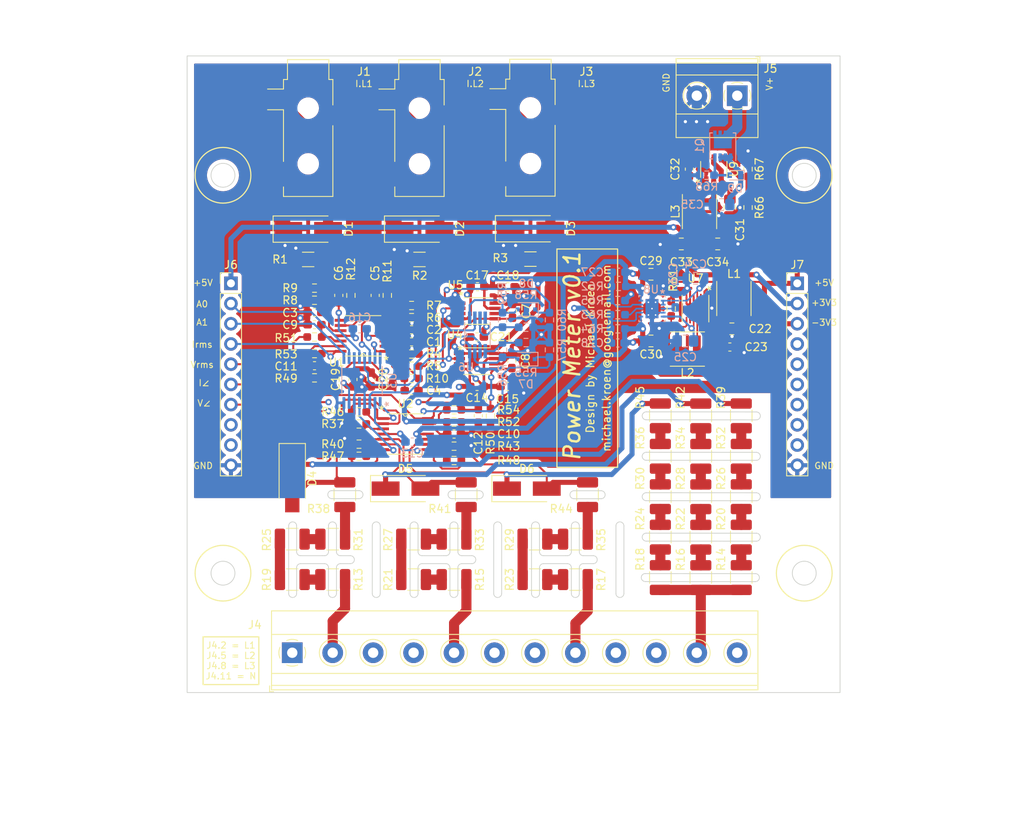
<source format=kicad_pcb>
(kicad_pcb (version 20211014) (generator pcbnew)
  (layers (0 "F.Cu" signal) (1 "In1.Cu" signal) (2 "In2.Cu" signal) (31 "B.Cu" signal) (34 "B.Paste" user) (35 "F.Paste" user) (36 "B.SilkS" user "B.Silkscreen") (37 "F.SilkS" user "F.Silkscreen") (38 "B.Mask" user) (39 "F.Mask" user) (44 "Edge.Cuts" user))
  (net 0 "")
  (net 1 "GND")
  (net 2 "Net-(C1-Pad2)")
  (net 3 "Net-(C2-Pad2)")
  (net 4 "Net-(C3-Pad2)")
  (net 5 "Net-(C4-Pad1)")
  (net 6 "Net-(C4-Pad2)")
  (net 7 "Net-(C5-Pad1)")
  (net 8 "Net-(C5-Pad2)")
  (net 9 "Net-(C6-Pad1)")
  (net 10 "Net-(C6-Pad2)")
  (net 11 "Net-(D1-Pad2)")
  (net 12 "Net-(D2-Pad2)")
  (net 13 "Net-(D3-Pad2)")
  (net 17 "+3V3")
  (net 18 "-3V3")
  (net 19 "Net-(D4-Pad1)")
  (net 20 "Net-(D4-Pad2)")
  (net 21 "Net-(D5-Pad1)")
  (net 22 "Net-(D5-Pad2)")
  (net 23 "Net-(D6-Pad1)")
  (net 24 "Net-(D6-Pad2)")
  (net 25 "L1")
  (net 26 "L2")
  (net 27 "L3")
  (net 29 "N")
  (net 32 "Net-(R13-Pad2)")
  (net 33 "Net-(R14-Pad2)")
  (net 34 "Net-(R15-Pad2)")
  (net 35 "Net-(R16-Pad2)")
  (net 36 "Net-(R17-Pad2)")
  (net 37 "Net-(R18-Pad2)")
  (net 38 "Net-(R19-Pad2)")
  (net 39 "Net-(R20-Pad2)")
  (net 40 "Net-(R21-Pad2)")
  (net 41 "Net-(R22-Pad2)")
  (net 42 "Net-(R23-Pad2)")
  (net 43 "Net-(R24-Pad2)")
  (net 44 "Net-(R25-Pad2)")
  (net 45 "Net-(R26-Pad2)")
  (net 46 "Net-(R27-Pad2)")
  (net 47 "Net-(R28-Pad2)")
  (net 48 "Net-(R29-Pad2)")
  (net 49 "Net-(R30-Pad2)")
  (net 50 "Net-(R31-Pad2)")
  (net 51 "Net-(R32-Pad2)")
  (net 52 "Net-(R33-Pad2)")
  (net 53 "Net-(R34-Pad2)")
  (net 54 "Net-(R35-Pad2)")
  (net 55 "Net-(R36-Pad2)")
  (net 56 "Net-(R46-Pad2)")
  (net 57 "Net-(R47-Pad2)")
  (net 58 "Net-(R48-Pad2)")
  (net 64 "Net-(C31-Pad1)")
  (net 65 "Net-(C7-Pad1)")
  (net 66 "Net-(C8-Pad1)")
  (net 67 "Net-(C11-Pad1)")
  (net 68 "Net-(C12-Pad1)")
  (net 69 "/Current Frontend/I_rms_out")
  (net 70 "/Voltage Frontend/V_rms_out")
  (net 71 "Net-(C9-Pad1)")
  (net 72 "Net-(C10-Pad1)")
  (net 73 "Net-(U3-Pad3)")
  (net 74 "Net-(U3-Pad13)")
  (net 75 "Net-(R53-Pad1)")
  (net 76 "Net-(R54-Pad1)")
  (net 77 "/Voltage Frontend/V_phase_out")
  (net 78 "Net-(D7-Pad2)")
  (net 79 "/Current Frontend/I_phase_out")
  (net 80 "Net-(D8-Pad2)")
  (net 81 "Net-(J6-Pad2)")
  (net 82 "Net-(J6-Pad3)")
  (net 83 "+5V")
  (net 84 "Net-(C24-Pad1)")
  (net 85 "Net-(C25-Pad1)")
  (net 86 "Net-(C26-Pad1)")
  (net 87 "Net-(C27-Pad2)")
  (net 88 "Net-(C28-Pad1)")
  (net 89 "Net-(L1-Pad2)")
  (net 90 "Net-(L2-Pad1)")
  (net 91 "Net-(R61-Pad2)")
  (net 92 "Net-(R63-Pad2)")
  (net 93 "Net-(C32-Pad1)")
  (net 94 "Net-(C32-Pad2)")
  (net 95 "Net-(R66-Pad1)")
  (net 96 "Net-(D9-Pad2)")
  (net 97 "Net-(J5-Pad1)")
  (net 106 "Net-(R55-Pad2)")
  (net 107 "Net-(R58-Pad2)")
  (footprint "Capacitor_SMD:C_0603_1608Metric_Pad1.08x0.95mm_HandSolder" (layer "F.Cu") (at 110.2725 78.934901)
    (fp_text reference "C18")
    (fp_text value "100n")
  )
  (footprint "Footprints:LTC1966CMS8" (layer "F.Cu") (at 106.406 88.2919)
    (fp_text reference "U4")
    (fp_text value "LTC1966CMS8" hide)
  )
  (footprint "Capacitor_SMD:C_0805_2012Metric_Pad1.18x1.45mm_HandSolder" (layer "F.Cu") (at 132.06 73.558)
    (fp_text reference "C33")
    (fp_text value "22µ")
  )
  (footprint "Resistor_SMD:R_0603_1608Metric_Pad0.98x0.95mm_HandSolder" (layer "F.Cu") (at 91.582 98.717)
    (fp_text reference "R40")
    (fp_text value "15k")
  )
  (footprint "Capacitor_SMD:C_0805_2012Metric_Pad1.18x1.45mm_HandSolder" (layer "F.Cu") (at 136.632 73.558 180)
    (fp_text reference "C34")
    (fp_text value "22µ")
  )
  (footprint "Diode_SMD:D_SMA_Handsoldering" (layer "F.Cu") (at 83.2 103.035 -90)
    (fp_text reference "D4")
    (fp_text value "D_TVS")
  )
  (footprint "Resistor_SMD:R_0603_1608Metric_Pad0.98x0.95mm_HandSolder" (layer "F.Cu") (at 108.092 95.161 -90)
    (fp_text reference "R50")
    (fp_text value "38k3")
  )
  (footprint "Resistor_SMD:R_0603_1608Metric_Pad0.98x0.95mm_HandSolder" (layer "F.Cu") (at 85.997 90.3858 180)
    (fp_text reference "R49")
    (fp_text value "38k3")
  )
  (footprint "Resistor_SMD:R_0603_1608Metric_Pad0.98x0.95mm_HandSolder" (layer "F.Cu") (at 98.186 82.8185 180)
    (fp_text reference "R6")
    (fp_text value "22k")
  )
  (footprint "Footprints:L_Coilcraft_XxL4020" (layer "F.Cu") (at 134.346 69.494 -90)
    (fp_text reference "L3")
    (fp_text value "10µ")
  )
  (footprint "Resistor_SMD:R_0603_1608Metric_Pad0.98x0.95mm_HandSolder" (layer "F.Cu") (at 85.994 79.1101)
    (fp_text reference "R9")
    (fp_text value "47k")
  )
  (footprint "Resistor_SMD:R_1210_3225Metric_Pad1.30x2.65mm_HandSolder" (layer "F.Cu") (at 134.508 105.329 90)
    (fp_text reference "R28")
    (fp_text value "976k")
  )
  (footprint "Footprints:LTC1966CMS8" (layer "F.Cu") (at 106.4625 81.982901)
    (fp_text reference "U5")
    (fp_text value "LTC1966CMS8" hide)
  )
  (footprint "Footprints:L_Coilcraft_XxL4020" (layer "F.Cu") (at 132.822 86.766 180)
    (fp_text reference "L2")
    (fp_text value "4µ7")
  )
  (footprint "Capacitor_SMD:C_0603_1608Metric_Pad1.08x0.95mm_HandSolder" (layer "F.Cu") (at 106.406 91.465 180)
    (fp_text reference "C14")
    (fp_text value "100n")
  )
  (footprint "Capacitor_SMD:C_0603_1608Metric_Pad1.08x0.95mm_HandSolder" (layer "F.Cu") (at 93.106 90.589 -90)
    (fp_text reference "C20")
    (fp_text value "100n")
  )
  (footprint "Capacitor_SMD:C_0603_1608Metric_Pad1.08x0.95mm_HandSolder" (layer "F.Cu") (at 103.52 97.447)
    (fp_text reference "C10")
    (fp_text value "100n")
  )
  (footprint "Resistor_SMD:R_0603_1608Metric_Pad0.98x0.95mm_HandSolder" (layer "F.Cu") (at 90.566 80.0245 -90)
    (fp_text reference "R12")
    (fp_text value "47k")
  )
  (footprint "Resistor_SMD:R_1210_3225Metric_Pad1.30x2.65mm_HandSolder" (layer "F.Cu") (at 89.804 105.067 90)
    (fp_text reference "R38")
    (fp_text value "976k")
  )
  (footprint "Resistor_SMD:R_1210_3225Metric_Pad1.30x2.65mm_HandSolder" (layer "F.Cu") (at 139.588 115.481 90)
    (fp_text reference "R14")
    (fp_text value "976k")
  )
  (footprint "Resistor_SMD:R_1210_3225Metric_Pad1.30x2.65mm_HandSolder" (layer "F.Cu") (at 83.2 110.655)
    (fp_text reference "R25")
    (fp_text value "976k")
  )
  (footprint "Capacitor_SMD:C_0603_1608Metric_Pad1.08x0.95mm_HandSolder" (layer "F.Cu") (at 106.406 85.2439)
    (fp_text reference "C21")
    (fp_text value "100n")
  )
  (footprint "Resistor_SMD:R_1210_3225Metric_Pad1.30x2.65mm_HandSolder" (layer "F.Cu") (at 83.2 115.735 180)
    (fp_text reference "R19")
    (fp_text value "976k")
  )
  (footprint "Connector_PinHeader_2.54mm:PinHeader_1x10_P2.54mm_Vertical" (layer "F.Cu") (at 75.5 78.51)
    (fp_text reference "J6")
    (fp_text value "Conn_01x10")
  )
  (footprint "Resistor_SMD:R_0603_1608Metric_Pad0.98x0.95mm_HandSolder" (layer "F.Cu") (at 85.994 85.2531)
    (fp_text reference "R51")
    (fp_text value "169k")
  )
  (footprint "Resistor_SMD:R_0603_1608Metric_Pad0.98x0.95mm_HandSolder" (layer "F.Cu") (at 85.9951 87.3359)
    (fp_text reference "R53")
    (fp_text value "294k")
  )
  (footprint "Resistor_SMD:R_1210_3225Metric_Pad1.30x2.65mm_HandSolder" (layer "F.Cu") (at 88.28 110.655)
    (fp_text reference "R31")
    (fp_text value "976k")
  )
  (footprint "Diode_SMD:D_SMA_Handsoldering" (layer "F.Cu") (at 99.176 71.694)
    (fp_text reference "D2")
    (fp_text value "SMAJ5.0CA")
  )
  (footprint "Capacitor_SMD:C_0603_1608Metric_Pad1.08x0.95mm_HandSolder" (layer "F.Cu") (at 89.042 80.0245 -90)
    (fp_text reference "C6")
    (fp_text value "1n")
  )
  (footprint "Resistor_SMD:R_1210_3225Metric_Pad1.30x2.65mm_HandSolder" (layer "F.Cu") (at 98.44 115.735 180)
    (fp_text reference "R21")
    (fp_text value "976k")
  )
  (footprint "Resistor_SMD:R_0603_1608Metric_Pad0.98x0.95mm_HandSolder" (layer "F.Cu") (at 140.442 64.16 -90)
    (fp_text reference "R67")
    (fp_text value "13k7")
  )
  (footprint "Capacitor_SMD:C_0603_1608Metric_Pad1.08x0.95mm_HandSolder" (layer "F.Cu") (at 85.994 83.7056 180)
    (fp_text reference "C9")
    (fp_text value "100n")
  )
  (footprint "Diode_SMD:D_SMA_Handsoldering" (layer "F.Cu") (at 112.664 104.305)
    (fp_text reference "D6")
    (fp_text value "D_TVS")
  )
  (footprint "Resistor_SMD:R_1206_3216Metric_Pad1.30x1.75mm_HandSolder" (layer "F.Cu") (at 99.176 75.504 180)
    (fp_text reference "R2")
    (fp_text value "20")
  )
  (footprint "Capacitor_SMD:C_0603_1608Metric_Pad1.08x0.95mm_HandSolder" (layer "F.Cu") (at 98.186 85.8665 180)
    (fp_text reference "C1")
    (fp_text value "100n")
  )
  (footprint "Capacitor_SMD:C_0603_1608Metric_Pad1.08x0.95mm_HandSolder" (layer "F.Cu") (at 110.7748 88.2919 90)
    (fp_text reference "C8")
    (fp_text value "1µ")
  )
  (footprint "Capacitor_SMD:C_0603_1608Metric_Pad1.08x0.95mm_HandSolder" (layer "F.Cu") (at 106.568 95.161 90)
    (fp_text reference "C12")
    (fp_text value "1µ")
  )
  (footprint "Resistor_SMD:R_1210_3225Metric_Pad1.30x2.65mm_HandSolder" (layer "F.Cu") (at 134.508 110.409 90)
    (fp_text reference "R22")
    (fp_text value "976k")
  )
  (footprint "Resistor_SMD:R_1210_3225Metric_Pad1.30x2.65mm_HandSolder" (layer "F.Cu") (at 118.76 110.655)
    (fp_text reference "R35")
    (fp_text value "976k")
  )
  (footprint "Resistor_SMD:R_0603_1608Metric_Pad0.98x0.95mm_HandSolder" (layer "F.Cu") (at 103.52 94.399)
    (fp_text reference "R54")
    (fp_text value "294k")
  )
  (footprint "Footprints:PLMR51420XDDCT" (layer "F.Cu") (at 136.124 64.16 90)
    (fp_text reference "U9")
    (fp_text value "PLMR51420XDDCR" hide)
  )
  (footprint "Resistor_SMD:R_1210_3225Metric_Pad1.30x2.65mm_HandSolder" (layer "F.Cu") (at 134.508 95.169 90)
    (fp_text reference "R42")
    (fp_text value "976k")
  )
  (footprint "Resistor_SMD:R_0603_1608Metric_Pad0.98x0.95mm_HandSolder" (layer "F.Cu") (at 91.582 100.241 180)
    (fp_text reference "R47")
    (fp_text value "15k")
  )
  (footprint "Resistor_SMD:R_0603_1608Metric_Pad0.98x0.95mm_HandSolder" (layer "F.Cu") (at 103.52 98.971 180)
    (fp_text reference "R43")
    (fp_text value "15k")
  )
  (footprint "Resistor_SMD:R_1210_3225Metric_Pad1.30x2.65mm_HandSolder" (layer "F.Cu") (at 129.428 110.401 90)
    (fp_text reference "R24")
    (fp_text value "976k")
  )
  (footprint "Capacitor_SMD:C_0603_1608Metric_Pad1.08x0.95mm_HandSolder" (layer "F.Cu") (at 138.156 86.512)
    (fp_text reference "C23")
    (fp_text value "100n")
  )
  (footprint "Resistor_SMD:R_0603_1608Metric_Pad0.98x0.95mm_HandSolder" (layer "F.Cu") (at 91.582 94.653 180)
    (fp_text reference "R46")
    (fp_text value "15k")
  )
  (footprint "Resistor_SMD:R_1210_3225Metric_Pad1.30x2.65mm_HandSolder" (layer "F.Cu") (at 98.44 110.655)
    (fp_text reference "R27")
    (fp_text value "976k")
  )
  (footprint "Resistor_SMD:R_1206_3216Metric_Pad1.30x1.75mm_HandSolder" (layer "F.Cu") (at 113.111 75.463 180)
    (fp_text reference "R3")
    (fp_text value "20")
  )
  (footprint "Resistor_SMD:R_0603_1608Metric_Pad0.98x0.95mm_HandSolder" (layer "F.Cu") (at 130.79 81.686 -90)
    (fp_text reference "R61")
    (fp_text value "10k")
  )
  (footprint "Resistor_SMD:R_1210_3225Metric_Pad1.30x2.65mm_HandSolder" (layer "F.Cu") (at 139.588 105.321 90)
    (fp_text reference "R26")
    (fp_text value "976k")
  )
  (footprint "Connector_PinHeader_2.54mm:PinHeader_1x10_P2.54mm_Vertical" (layer "F.Cu") (at 146.62 78.51)
    (fp_text reference "J7")
    (fp_text value "Conn_01x10")
  )
  (footprint "Resistor_SMD:R_1210_3225Metric_Pad1.30x2.65mm_HandSolder" (layer "F.Cu") (at 113.68 110.655)
    (fp_text reference "R29")
    (fp_text value "976k")
  )
  (footprint "Diode_SMD:D_SMA_Handsoldering" (layer "F.Cu") (at 113.111 71.653)
    (fp_text reference "D3")
    (fp_text value "SMAJ5.0CA")
  )
  (footprint "Resistor_SMD:R_0603_1608Metric_Pad0.98x0.95mm_HandSolder" (layer "F.Cu") (at 140.442 68.986 -90)
    (fp_text reference "R66")
    (fp_text value "100k")
  )
  (footprint "Capacitor_SMD:C_0805_2012Metric_Pad1.18x1.45mm_HandSolder" (layer "F.Cu") (at 138.156 68.986 -90)
    (fp_text reference "C31")
    (fp_text value "2µ2")
  )
  (footprint "Capacitor_SMD:C_0805_2012Metric_Pad1.18x1.45mm_HandSolder" (layer "F.Cu") (at 128.25 77.368)
    (fp_text reference "C29")
    (fp_text value "10µ")
  )
  (footprint "Capacitor_SMD:C_0603_1608Metric_Pad1.08x0.95mm_HandSolder" (layer "F.Cu") (at 90.82 90.589 -90)
    (fp_text reference "C19")
    (fp_text value "100n")
  )
  (footprint "Resistor_SMD:R_1210_3225Metric_Pad1.30x2.65mm_HandSolder" (layer "F.Cu") (at 139.588 110.401 90)
    (fp_text reference "R20")
    (fp_text value "976k")
  )
  (footprint "Resistor_SMD:R_1210_3225Metric_Pad1.30x2.65mm_HandSolder" (layer "F.Cu") (at 134.508 115.489 90)
    (fp_text reference "R16")
    (fp_text value "976k")
  )
  (footprint "Resistor_SMD:R_0603_1608Metric_Pad0.98x0.95mm_HandSolder" (layer "F.Cu") (at 85.994 80.6341)
    (fp_text reference "R8")
    (fp_text value "22k")
  )
  (footprint "Capacitor_SMD:C_0603_1608Metric_Pad1.08x0.95mm_HandSolder" (layer "F.Cu") (at 98.186 91.986 180)
    (fp_text reference "C4")
    (fp_text value "1n")
  )
  (footprint "Capacitor_SMD:C_0603_1608Metric_Pad1.08x0.95mm_HandSolder" (layer "F.Cu") (at 85.9951 88.8599)
    (fp_text reference "C11")
    (fp_text value "1µ")
  )
  (footprint "Resistor_SMD:R_1210_3225Metric_Pad1.30x2.65mm_HandSolder" (layer "F.Cu") (at 129.428 105.321 90)
    (fp_text reference "R30")
    (fp_text value "976k")
  )
  (footprint "Resistor_SMD:R_1210_3225Metric_Pad1.30x2.65mm_HandSolder" (layer "F.Cu") (at 103.52 115.735 180)
    (fp_text reference "R15")
    (fp_text value "976k")
  )
  (footprint "Resistor_SMD:R_1210_3225Metric_Pad1.30x2.65mm_HandSolder" (layer "F.Cu") (at 139.588 95.161 90)
    (fp_text reference "R39")
    (fp_text value "976k")
  )
  (footprint "Resistor_SMD:R_1210_3225Metric_Pad1.30x2.65mm_HandSolder" (layer "F.Cu") (at 88.28 115.735 180)
    (fp_text reference "R13")
    (fp_text value "976k")
  )
  (footprint "Resistor_SMD:R_1210_3225Metric_Pad1.30x2.65mm_HandSolder" (layer "F.Cu") (at 139.588 100.241 90)
    (fp_text reference "R32")
    (fp_text value "976k")
  )
  (footprint "Footprints:ADA4851-4YRUZ" (layer "F.Cu") (at 92.09 85.1045 180)
    (fp_text reference "U1")
    (fp_text value "ADA4851-4" hide)
  )
  (footprint "Resistor_SMD:R_0603_1608Metric_Pad0.98x0.95mm_HandSolder" (layer "F.Cu") (at 103.52 95.923 180)
    (fp_text reference "R52")
    (fp_text value "169k")
  )
  (footprint "Capacitor_SMD:C_0805_2012Metric_Pad1.18x1.45mm_HandSolder" (layer "F.Cu") (at 128.25 85.75 180)
    (fp_text reference "C30")
    (fp_text value "10µ")
  )
  (footprint "Resistor_SMD:R_1206_3216Metric_Pad1.30x1.75mm_HandSolder" (layer "F.Cu") (at 85.197 75.504 180)
    (fp_text reference "R1")
    (fp_text value "20")
  )
  (footprint "Footprints:TPS65133DPDR" (layer "F.Cu") (at 133.838 81.686 -90)
    (fp_text reference "U7")
    (fp_text value "TPS65133DPDR" hide)
  )
  (footprint "Resistor_SMD:R_1210_3225Metric_Pad1.30x2.65mm_HandSolder" (layer "F.Cu") (at 129.428 95.161 90)
    (fp_text reference "R45")
    (fp_text value "976k")
  )
  (footprint "Footprints:L_Coilcraft_XxL4020" (layer "F.Cu") (at 138.664 80.416 90)
    (fp_text reference "L1")
    (fp_text value "4µ7")
  )
  (footprint "Capacitor_SMD:C_0603_1608Metric_Pad1.08x0.95mm_HandSolder" (layer "F.Cu") (at 98.186 84.3425 180)
    (fp_text reference "C2")
    (fp_text value "100n")
  )
  (footprint "Capacitor_SMD:C_0603_1608Metric_Pad1.08x0.95mm_HandSolder" (layer "F.Cu") (at 133.076 64.16 -90)
    (fp_text reference "C32")
    (fp_text value "100n")
  )
  (footprint "Resistor_SMD:R_1210_3225Metric_Pad1.30x2.65mm_HandSolder" (layer "F.Cu") (at 129.428 100.241 90)
    (fp_text reference "R36")
    (fp_text value "976k")
  )
  (footprint "TerminalBlock_Phoenix:TerminalBlock_Phoenix_MKDS-1,5-12-5.08_1x12_P5.08mm_Horizontal" (layer "F.Cu") (at 83.2 124.93)
    (fp_text reference "J4")
    (fp_text value "Screw_Terminal_01x12")
  )
  (footprint "Resistor_SMD:R_0603_1608Metric_Pad0.98x0.95mm_HandSolder" (layer "F.Cu") (at 95.138 80.0245 -90)
    (fp_text reference "R11")
    (fp_text value "47k")
  )
  (footprint "Resistor_SMD:R_1210_3225Metric_Pad1.30x2.65mm_HandSolder" (layer "F.Cu") (at 113.68 115.735 180)
    (fp_text reference "R23")
    (fp_text value "976k")
  )
  (footprint "Capacitor_SMD:C_0805_2012Metric_Pad1.18x1.45mm_HandSolder" (layer "F.Cu") (at 138.41 84.226)
    (fp_text reference "C22")
    (fp_text value "10µ")
  )
  (footprint "Resistor_SMD:R_0603_1608Metric_Pad0.98x0.95mm_HandSolder" (layer "F.Cu") (at 98.186 87.3905 180)
    (fp_text reference "R4")
    (fp_text value "22k")
  )
  (footprint "Footprints:Jack_3.5mm_CUI_SJ-3523-SMT_Horizontal" (layer "F.Cu") (at 113.111 58.953)
    (fp_text reference "J3")
    (fp_text value "AudioJack3")
  )
  (footprint "Resistor_SMD:R_0603_1608Metric_Pad0.98x0.95mm_HandSolder" (layer "F.Cu") (at 98.186 81.2945 180)
    (fp_text reference "R7")
    (fp_text value "47k")
  )
  (footprint "Footprints:Jack_3.5mm_CUI_SJ-3523-SMT_Horizontal" (layer "F.Cu") (at 85.197 58.994)
    (fp_text reference "J1")
    (fp_text value "AudioJack3")
  )
  (footprint "Capacitor_SMD:C_0603_1608Metric_Pad1.08x0.95mm_HandSolder" (layer "F.Cu") (at 106.4625 78.934901 180)
    (fp_text reference "C17")
    (fp_text value "100n")
  )
  (footprint "Diode_SMD:D_SMA_Handsoldering" (layer "F.Cu") (at 85.197 71.694)
    (fp_text reference "D1")
    (fp_text value "SMAJ5.0CA")
  )
  (footprint "Resistor_SMD:R_1210_3225Metric_Pad1.30x2.65mm_HandSolder" (layer "F.Cu") (at 103.52 110.655)
    (fp_text reference "R33")
    (fp_text value "976k")
  )
  (footprint "Resistor_SMD:R_0603_1608Metric_Pad0.98x0.95mm_HandSolder" (layer "F.Cu") (at 98.186 88.9145 180)
    (fp_text reference "R5")
    (fp_text value "47k")
  )
  (footprint "Resistor_SMD:R_0603_1608Metric_Pad0.98x0.95mm_HandSolder" (layer "F.Cu") (at 91.582 96.177)
    (fp_text reference "R37")
    (fp_text value "15k")
  )
  (footprint "Resistor_SMD:R_0603_1608Metric_Pad0.98x0.95mm_HandSolder" (layer "F.Cu") (at 98.186 90.462 180)
    (fp_text reference "R10")
    (fp_text value "47k")
  )
  (footprint "Resistor_SMD:R_1210_3225Metric_Pad1.30x2.65mm_HandSolder" (layer "F.Cu") (at 129.428 115.481 90)
    (fp_text reference "R18")
    (fp_text value "976k")
  )
  (footprint "Capacitor_SMD:C_0603_1608Metric_Pad1.08x0.95mm_HandSolder" (layer "F.Cu") (at 93.614 80.0245 -90)
    (fp_text reference "C5")
    (fp_text value "1n")
  )
  (footprint "Resistor_SMD:R_1210_3225Metric_Pad1.30x2.65mm_HandSolder" (layer "F.Cu") (at 118.76 115.735 180)
    (fp_text reference "R17")
    (fp_text value "976k")
  )
  (footprint "Capacitor_SMD:C_0603_1608Metric_Pad1.08x0.95mm_HandSolder" (layer "F.Cu") (at 110.216 91.465)
    (fp_text reference "C15")
    (fp_text value "100n")
  )
  (footprint "Resistor_SMD:R_1210_3225Metric_Pad1.30x2.65mm_HandSolder" (layer "F.Cu") (at 105.044 105.067 90)
    (fp_text reference "R41")
    (fp_text value "976k")
  )
  (footprint "Resistor_SMD:R_1210_3225Metric_Pad1.30x2.65mm_HandSolder" (layer "F.Cu") (at 134.508 100.249 90)
    (fp_text reference "R34")
    (fp_text value "976k")
  )
  (footprint "Capacitor_SMD:C_0603_1608Metric_Pad1.08x0.95mm_HandSolder" (layer "F.Cu") (at 110.8567 81.9627 90)
    (fp_text reference "C7")
    (fp_text value "1µ")
  )
  (footprint "TerminalBlock_Phoenix:TerminalBlock_Phoenix_MKDS-1,5-2-5.08_1x02_P5.08mm_Horizontal" (layer "F.Cu") (at 139.085 54.93 180)
    (fp_text reference "J5")
    (fp_text value "Screw_Terminal_01x02")
  )
  (footprint "Capacitor_SMD:C_0603_1608Metric_Pad1.08x0.95mm_HandSolder" (layer "F.Cu") (at 85.994 82.1581)
    (fp_text reference "C3")
    (fp_text value "100n")
  )
  (footprint "Footprints:Jack_3.5mm_CUI_SJ-3523-SMT_Horizontal" (layer "F.Cu") (at 99.176 58.994)
    (fp_text reference "J2")
    (fp_text value "AudioJack3")
  )
  (footprint "Resistor_SMD:R_0603_1608Metric_Pad0.98x0.95mm_HandSolder" (layer "F.Cu") (at 103.52 100.7725)
    (fp_text reference "R48")
    (fp_text value "15k")
  )
  (footprint "Resistor_SMD:R_1210_3225Metric_Pad1.30x2.65mm_HandSolder" (layer "F.Cu") (at 120.284 105.067 90)
    (fp_text reference "R44")
    (fp_text value "976k")
  )
  (footprint "Footprints:ADA4851-4YRUZ" (layer "F.Cu") (at 97.424 97.447)
    (fp_text reference "U2")
    (fp_text value "ADA4851-4" hide)
  )
  (footprint "Diode_SMD:D_SMA_Handsoldering" (layer "F.Cu") (at 97.424 104.305)
    (fp_text reference "D5")
    (fp_text value "D_TVS")
  )
  (footprint "Resistor_SMD:R_0603_1608Metric_Pad0.98x0.95mm_HandSolder" (layer "B.Cu") (at 124.0825 84.226 180)
    (fp_text reference "R64")
    (fp_text value "28k")
  )
  (footprint "Diode_SMD:D_SOD-523" (layer "B.Cu") (at 138.8145 64.922 180)
    (fp_text reference "D9")
    (fp_text value "MM5Z6V8T1G")
  )
  (footprint "Capacitor_SMD:C_0805_2012Metric_Pad1.18x1.45mm_HandSolder" (layer "B.Cu") (at 137.115452 68.605)
    (fp_text reference "C35")
    (fp_text value "10µ")
  )
  (footprint "Capacitor_SMD:C_0805_2012Metric_Pad1.18x1.45mm_HandSolder" (layer "B.Cu") (at 132.568 85.75 180)
    (fp_text reference "C25")
    (fp_text value "22µ")
  )
  (footprint "Footprints:Vishay_PowerPAK_1212-8_Single" (layer "B.Cu") (at 137.267 61.239 90)
    (fp_text reference "Q1")
    (fp_text value "SISS73DN")
  )
  (footprint "Capacitor_SMD:C_0603_1608Metric_Pad1.08x0.95mm_HandSolder" (layer "B.Cu") (at 98.278 98.45)
    (fp_text reference "C13")
    (fp_text value "100n")
  )
  (footprint "Footprints:TPS7A3901DSCR" (layer "B.Cu") (at 128.377 81.686 180)
    (fp_text reference "U8")
    (fp_text value "TPS7A3901DSCR" hide)
  )
  (footprint "Resistor_SMD:R_0603_1608Metric_Pad0.98x0.95mm_HandSolder" (layer "B.Cu") (at 115.4992 86.8676 -90)
    (fp_text reference "R57")
    (fp_text value "3k3")
  )
  (footprint "Capacitor_SMD:C_0603_1608Metric_Pad1.08x0.95mm_HandSolder" (layer "B.Cu") (at 124.186 77.114 180)
    (fp_text reference "C27")
    (fp_text value "10n")
  )
  (footprint "Capacitor_SMD:C_0805_2012Metric_Pad1.18x1.45mm_HandSolder" (layer "B.Cu") (at 133.838 77.876 180)
    (fp_text reference "C24")
    (fp_text value "22µ")
  )
  (footprint "Capacitor_SMD:C_0603_1608Metric_Pad1.08x0.95mm_HandSolder" (layer "B.Cu") (at 124.0825 86.004)
    (fp_text reference "C28")
    (fp_text value "10n")
  )
  (footprint "Resistor_SMD:R_0603_1608Metric_Pad0.98x0.95mm_HandSolder" (layer "B.Cu") (at 109.6064 83.1084 90)
    (fp_text reference "R59")
    (fp_text value "47k")
  )
  (footprint "Resistor_SMD:R_0603_1608Metric_Pad0.98x0.95mm_HandSolder" (layer "B.Cu") (at 124.186 78.892)
    (fp_text reference "R62")
    (fp_text value "17k8")
  )
  (footprint "Resistor_SMD:R_0603_1608Metric_Pad0.98x0.95mm_HandSolder" (layer "B.Cu") (at 124.0825 80.67)
    (fp_text reference "R65")
    (fp_text value "10k")
  )
  (footprint "Capacitor_SMD:C_0603_1608Metric_Pad1.08x0.95mm_HandSolder" (layer "B.Cu") (at 91.674 84.226 180)
    (fp_text reference "C16")
    (fp_text value "100n")
  )
  (footprint "Resistor_SMD:R_0603_1608Metric_Pad0.98x0.95mm_HandSolder" (layer "B.Cu") (at 109.6064 86.893 -90)
    (fp_text reference "R56")
    (fp_text value "47k")
  )
  (footprint "Resistor_SMD:R_0603_1608Metric_Pad0.98x0.95mm_HandSolder" (layer "B.Cu") (at 112.5528 84.0228 180)
    (fp_text reference "R58")
    (fp_text value "1k")
  )
  (footprint "Diode_SMD:D_SOD-323F" (layer "B.Cu") (at 112.5528 88.036 180)
    (fp_text reference "D7")
    (fp_text value "BAT54J")
  )
  (footprint "Diode_SMD:D_SOD-323F" (layer "B.Cu") (at 112.6036 81.7876 180)
    (fp_text reference "D8")
    (fp_text value "BAT54J")
  )
  (footprint "Resistor_SMD:R_0603_1608Metric_Pad0.98x0.95mm_HandSolder" (layer "B.Cu") (at 135.2585 64.922)
    (fp_text reference "R68")
    (fp_text value "4k7")
  )
  (footprint "Footprints:ADG659YRUZ" (layer "B.Cu") (at 91.963 90.716 90)
    (fp_text reference "U3")
    (fp_text value "ADG659" hide)
  )
  (footprint "Resistor_SMD:R_0603_1608Metric_Pad0.98x0.95mm_HandSolder" (layer "B.Cu") (at 124.0825 82.448)
    (fp_text reference "R63")
    (fp_text value "10k")
  )
  (footprint "Resistor_SMD:R_0603_1608Metric_Pad0.98x0.95mm_HandSolder" (layer "B.Cu") (at 115.4992 83.1084 90)
    (fp_text reference "R60")
    (fp_text value "3k3")
  )
  (footprint "Footprints:ADA4851-2YRMZ" (layer "B.Cu") (at 106.4568 84.988 -90)
    (fp_text reference "U6")
    (fp_text value "ADA4851-2" hide)
  )
  (footprint "Resistor_SMD:R_0603_1608Metric_Pad0.98x0.95mm_HandSolder" (layer "B.Cu") (at 112.5528 85.9532 180)
    (fp_text reference "R55")
    (fp_text value "1k")
  )
  (footprint "Capacitor_SMD:C_0603_1608Metric_Pad1.08x0.95mm_HandSolder" (layer "B.Cu") (at 131.298 80.67 90)
    (fp_text reference "C26")
    (fp_text value "10n")
  )
  (gr_circle (center 147.5 114.93) (end 151 114.93) (layer "F.SilkS") (width 0.15) (fill none))
  (gr_rect (start 72 122.93) (end 79 128.93) (layer "F.SilkS") (width 0.15) (fill none))
  (gr_circle (center 74.5 114.93) (end 78 114.93) (layer "F.SilkS") (width 0.15) (fill none))
  (gr_rect (start 116.439 74.193) (end 124.059 101.625) (layer "F.SilkS") (width 0.15) (fill none))
  (gr_circle (center 147.5 64.93) (end 151 64.93) (layer "F.SilkS") (width 0.15) (fill none))
  (gr_circle (center 74.5 64.93) (end 78 64.93) (layer "F.SilkS") (width 0.15) (fill none))
  (gr_line (start 141.484 110.909) (end 127.65 110.901) (layer "Edge.Cuts") (width 0.1))
  (gr_line (start 106.686 105.567) (end 103.266 105.567) (layer "Edge.Cuts") (width 0.1))
  (gr_line (start 141.484 105.829) (end 127.65 105.821) (layer "Edge.Cuts") (width 0.1))
  (gr_arc (start 117.75 113.735) (mid 118.103553 113.881447) (end 118.25 114.235) (layer "Edge.Cuts") (width 0.1))
  (gr_arc (start 127.65 110.901) (mid 127.15 110.401) (end 127.65 109.901) (layer "Edge.Cuts") (width 0.1))
  (gr_line (start 117.5 112.735) (end 114.75 112.735) (layer "Edge.Cuts") (width 0.1))
  (gr_line (start 98 114.485) (end 98 117.485) (layer "Edge.Cuts") (width 0.1))
  (gr_arc (start 118.25 108.985) (mid 118.75 108.485) (end 119.25 108.985) (layer "Edge.Cuts") (width 0.1))
  (gr_line (start 103 114.485) (end 103 117.485) (layer "Edge.Cuts") (width 0.1))
  (gr_line (start 109.5 108.985) (end 109.5 117.485) (layer "Edge.Cuts") (width 0.1))
  (gr_line (start 87.25 112.735) (end 87 112.735) (layer "Edge.Cuts") (width 0.1))
  (gr_arc (start 103 108.985) (mid 103.5 108.485) (end 104 108.985) (layer "Edge.Cuts") (width 0.1))
  (gr_line (start 123.848 117.485) (end 123.848 108.985) (layer "Edge.Cuts") (width 0.1))
  (gr_arc (start 119.75 112.735) (mid 119.396447 112.588553) (end 119.25 112.235) (layer "Edge.Cuts") (width 0.1))
  (gr_arc (start 124.848 117.485) (mid 124.348 117.985) (end 123.848 117.485) (layer "Edge.Cuts") (width 0.1))
  (gr_line (start 89.25 112.735) (end 90.5 112.735) (layer "Edge.Cuts") (width 0.1))
  (gr_line (start 82.75 112.485) (end 82.75 114.485) (layer "Edge.Cuts") (width 0.1))
  (gr_line (start 114.25 114.485) (end 114.25 114.235) (layer "Edge.Cuts") (width 0.1))
  (gr_line (start 113.25 114.485) (end 113.25 117.485) (layer "Edge.Cuts") (width 0.1))
  (gr_line (start 104 117.235) (end 104 117.485) (layer "Edge.Cuts") (width 0.1))
  (gr_line (start 114.25 108.985) (end 114.25 112.235) (layer "Edge.Cuts") (width 0.1))
  (gr_line (start 113.25 112.485) (end 113.25 114.485) (layer "Edge.Cuts") (width 0.1))
  (gr_line (start 124.848 108.985) (end 124.848 117.485) (layer "Edge.Cuts") (width 0.1))
  (gr_line (start 119.25 114.235) (end 119.25 117.235) (layer "Edge.Cuts") (width 0.1))
  (gr_line (start 98 108.985) (end 98 112.485) (layer "Edge.Cuts") (width 0.1))
  (gr_line (start 89.25 113.735) (end 90.5 113.735) (layer "Edge.Cuts") (width 0.1))
  (gr_line (start 127.65 94.661) (end 141.484 94.669) (layer "Edge.Cuts") (width 0.1))
  (gr_arc (start 127.65 95.661) (mid 127.15 95.161) (end 127.65 94.661) (layer "Edge.Cuts") (width 0.1))
  (gr_line (start 141.366 115.989) (end 127.532 115.981) (layer "Edge.Cuts") (width 0.1))
  (gr_arc (start 88.162 105.559) (mid 87.662 105.059) (end 88.162 104.559) (layer "Edge.Cuts") (width 0.1))
  (gr_arc (start 87.75 108.985) (mid 88.25 108.485) (end 88.75 108.985) (layer "Edge.Cuts") (width 0.1))
  (gr_line (start 118.574 104.575) (end 121.994 104.575) (layer "Edge.Cuts") (width 0.1))
  (gr_line (start 88.162 104.559) (end 91.582 104.559) (layer "Edge.Cuts") (width 0.1))
  (gr_line (start 127.532 114.981) (end 141.366 114.989) (layer "Edge.Cuts") (width 0.1))
  (gr_arc (start 127.532 115.981) (mid 127.032 115.481) (end 127.532 114.981) (layer "Edge.Cuts") (width 0.1))
  (gr_arc (start 108.5 108.985) (mid 109 108.485) (end 109.5 108.985) (layer "Edge.Cuts") (width 0.1))
  (gr_line (start 104 108.985) (end 104 112.235) (layer "Edge.Cuts") (width 0.1))
  (gr_arc (start 93.25 108.985) (mid 93.75 108.485) (end 94.25 108.985) (layer "Edge.Cuts") (width 0.1))
  (gr_line (start 119.75 112.735) (end 121 112.735) (layer "Edge.Cuts") (width 0.1))
  (gr_arc (start 121.994 104.575) (mid 122.494 105.075) (end 121.994 105.575) (layer "Edge.Cuts") (width 0.1))
  (gr_line (start 88.75 117.235) (end 88.75 117.485) (layer "Edge.Cuts") (width 0.1))
  (gr_line (start 99 114.485) (end 99 114.235) (layer "Edge.Cuts") (width 0.1))
  (gr_line (start 108.5 117.485) (end 108.5 108.985) (layer "Edge.Cuts") (width 0.1))
  (gr_line (start 118.25 108.985) (end 118.25 112.235) (layer "Edge.Cuts") (width 0.1))
  (gr_line (start 82.75 114.485) (end 82.75 117.485) (layer "Edge.Cuts") (width 0.1))
  (gr_arc (start 114.75 112.735) (mid 114.396447 112.588553) (end 114.25 112.235) (layer "Edge.Cuts") (width 0.1))
  (gr_arc (start 88.75 114.235) (mid 88.896447 113.881447) (end 89.25 113.735) (layer "Edge.Cuts") (width 0.1))
  (gr_arc (start 105.75 112.735) (mid 106.25 113.235) (end 105.75 113.735) (layer "Edge.Cuts") (width 0.1))
  (gr_arc (start 141.484 99.749) (mid 141.984 100.249) (end 141.484 100.749) (layer "Edge.Cuts") (width 0.1))
  (gr_arc (start 99.5 112.735) (mid 99.146447 112.588553) (end 99 112.235) (layer "Edge.Cuts") (width 0.1))
  (gr_line (start 104 114.235) (end 104 117.235) (layer "Edge.Cuts") (width 0.1))
  (gr_arc (start 119.25 117.485) (mid 118.75 117.985) (end 118.25 117.485) (layer "Edge.Cuts") (width 0.1))
  (gr_arc (start 123.848 108.985) (mid 124.348 108.485) (end 124.848 108.985) (layer "Edge.Cuts") (width 0.1))
  (gr_arc (start 88.75 117.485) (mid 88.25 117.985) (end 87.75 117.485) (layer "Edge.Cuts") (width 0.1))
  (gr_arc (start 99 117.485) (mid 98.5 117.985) (end 98 117.485) (layer "Edge.Cuts") (width 0.1))
  (gr_line (start 117.75 112.735) (end 117.5 112.735) (layer "Edge.Cuts") (width 0.1))
  (gr_line (start 88.75 108.985) (end 88.75 112.235) (layer "Edge.Cuts") (width 0.1))
  (gr_arc (start 104.5 112.735) (mid 104.146447 112.588553) (end 104 112.235) (layer "Edge.Cuts") (width 0.1))
  (gr_line (start 102.5 113.735) (end 99.5 113.735) (layer "Edge.Cuts") (width 0.1))
  (gr_line (start 121.994 105.575) (end 118.574 105.575) (layer "Edge.Cuts") (width 0.1))
  (gr_arc (start 99 114.235) (mid 99.146447 113.881447) (end 99.5 113.735) (layer "Edge.Cuts") (width 0.1))
  (gr_line (start 127.65 99.741) (end 141.484 99.749) (layer "Edge.Cuts") (width 0.1))
  (gr_arc (start 106.686 104.567) (mid 107.186 105.067) (end 106.686 105.567) (layer "Edge.Cuts") (width 0.1))
  (gr_line (start 103 108.985) (end 103 112.235) (layer "Edge.Cuts") (width 0.1))
  (gr_line (start 119.25 117.235) (end 119.25 117.485) (layer "Edge.Cuts") (width 0.1))
  (gr_circle (center 74.5 114.93) (end 76 114.93) (layer "Edge.Cuts") (width 0.1) (fill none))
  (gr_arc (start 118.574 105.575) (mid 118.074 105.075) (end 118.574 104.575) (layer "Edge.Cuts") (width 0.1))
  (gr_arc (start 141.366 114.989) (mid 141.866 115.489) (end 141.366 115.989) (layer "Edge.Cuts") (width 0.1))
  (gr_line (start 83.75 114.485) (end 83.75 117.485) (layer "Edge.Cuts") (width 0.1))
  (gr_line (start 99 114.485) (end 99 117.485) (layer "Edge.Cuts") (width 0.1))
  (gr_line (start 99 108.985) (end 99 112.235) (layer "Edge.Cuts") (width 0.1))
  (gr_line (start 117.75 113.735) (end 114.75 113.735) (layer "Edge.Cuts") (width 0.1))
  (gr_line (start 83.75 108.985) (end 83.75 112.235) (layer "Edge.Cuts") (width 0.1))
  (gr_arc (start 103.266 105.567) (mid 102.766 105.067) (end 103.266 104.567) (layer "Edge.Cuts") (width 0.1))
  (gr_line (start 102.25 112.735) (end 99.5 112.735) (layer "Edge.Cuts") (width 0.1))
  (gr_arc (start 89.25 112.735) (mid 88.896447 112.588553) (end 88.75 112.235) (layer "Edge.Cuts") (width 0.1))
  (gr_line (start 103.266 104.567) (end 106.686 104.567) (layer "Edge.Cuts") (width 0.1))
  (gr_line (start 103 114.485) (end 103 114.235) (layer "Edge.Cuts") (width 0.1))
  (gr_arc (start 104 117.485) (mid 103.5 117.985) (end 103 117.485) (layer "Edge.Cuts") (width 0.1))
  (gr_arc (start 127.65 105.821) (mid 127.15 105.321) (end 127.65 104.821) (layer "Edge.Cuts") (width 0.1))
  (gr_arc (start 113.25 108.985) (mid 113.75 108.485) (end 114.25 108.985) (layer "Edge.Cuts") (width 0.1))
  (gr_line (start 104.5 113.735) (end 105.75 113.735) (layer "Edge.Cuts") (width 0.1))
  (gr_line (start 119.25 108.985) (end 119.25 112.235) (layer "Edge.Cuts") (width 0.1))
  (gr_circle (center 147.5 64.93) (end 149 64.93) (layer "Edge.Cuts") (width 0.1) (fill none))
  (gr_arc (start 91.582 104.559) (mid 92.082 105.059) (end 91.582 105.559) (layer "Edge.Cuts") (width 0.1))
  (gr_line (start 104.5 112.735) (end 105.75 112.735) (layer "Edge.Cuts") (width 0.1))
  (gr_line (start 87.75 114.485) (end 87.75 117.485) (layer "Edge.Cuts") (width 0.1))
  (gr_line (start 127.65 109.901) (end 141.484 109.909) (layer "Edge.Cuts") (width 0.1))
  (gr_arc (start 94.25 117.485) (mid 93.75 117.985) (end 93.25 117.485) (layer "Edge.Cuts") (width 0.1))
  (gr_line (start 88.75 114.235) (end 88.75 117.235) (layer "Edge.Cuts") (width 0.1))
  (gr_arc (start 141.484 104.829) (mid 141.984 105.329) (end 141.484 105.829) (layer "Edge.Cuts") (width 0.1))
  (gr_arc (start 104 114.235) (mid 104.146447 113.881447) (end 104.5 113.735) (layer "Edge.Cuts") (width 0.1))
  (gr_arc (start 83.75 117.485) (mid 83.25 117.985) (end 82.75 117.485) (layer "Edge.Cuts") (width 0.1))
  (gr_line (start 93.25 117.485) (end 93.25 108.985) (layer "Edge.Cuts") (width 0.1))
  (gr_line (start 98 112.485) (end 98 114.485) (layer "Edge.Cuts") (width 0.1))
  (gr_arc (start 103 112.235) (mid 102.853553 112.588553) (end 102.5 112.735) (layer "Edge.Cuts") (width 0.1))
  (gr_arc (start 141.484 109.909) (mid 141.984 110.409) (end 141.484 110.909) (layer "Edge.Cuts") (width 0.1))
  (gr_arc (start 127.65 100.741) (mid 127.15 100.241) (end 127.65 99.741) (layer "Edge.Cuts") (width 0.1))
  (gr_arc (start 118.25 112.235) (mid 118.103553 112.588553) (end 117.75 112.735) (layer "Edge.Cuts") (width 0.1))
  (gr_arc (start 87.25 113.735) (mid 87.603553 113.881447) (end 87.75 114.235) (layer "Edge.Cuts") (width 0.1))
  (gr_line (start 82.75 108.985) (end 82.75 112.485) (layer "Edge.Cuts") (width 0.1))
  (gr_arc (start 90.5 112.735) (mid 91 113.235) (end 90.5 113.735) (layer "Edge.Cuts") (width 0.1))
  (gr_line (start 141.484 95.669) (end 127.65 95.661) (layer "Edge.Cuts") (width 0.1))
  (gr_line (start 127.65 104.821) (end 141.484 104.829) (layer "Edge.Cuts") (width 0.1))
  (gr_arc (start 82.75 108.985) (mid 83.25 108.485) (end 83.75 108.985) (layer "Edge.Cuts") (width 0.1))
  (gr_line (start 87 112.735) (end 84.25 112.735) (layer "Edge.Cuts") (width 0.1))
  (gr_circle (center 147.5 114.93) (end 149 114.93) (layer "Edge.Cuts") (width 0.1) (fill none))
  (gr_line (start 141.484 100.749) (end 127.65 100.741) (layer "Edge.Cuts") (width 0.1))
  (gr_line (start 113.25 108.985) (end 113.25 112.485) (layer "Edge.Cuts") (width 0.1))
  (gr_rect (start 70 49.93) (end 152 129.93) (layer "Edge.Cuts") (width 0.1) (fill none))
  (gr_line (start 91.582 105.559) (end 88.162 105.559) (layer "Edge.Cuts") (width 0.1))
  (gr_line (start 102.5 112.735) (end 102.25 112.735) (layer "Edge.Cuts") (width 0.1))
  (gr_line (start 87.75 114.485) (end 87.75 114.235) (layer "Edge.Cuts") (width 0.1))
  (gr_circle (center 74.5 64.93) (end 76 64.93) (layer "Edge.Cuts") (width 0.1) (fill none))
  (gr_arc (start 84.25 112.735) (mid 83.896447 112.588553) (end 83.75 112.235) (layer "Edge.Cuts") (width 0.1))
  (gr_arc (start 114.25 117.485) (mid 113.75 117.985) (end 113.25 117.485) (layer "Edge.Cuts") (width 0.1))
  (gr_line (start 87.75 108.985) (end 87.75 112.235) (layer "Edge.Cuts") (width 0.1))
  (gr_arc (start 114.25 114.235) (mid 114.396447 113.881447) (end 114.75 113.735) (layer "Edge.Cuts") (width 0.1))
  (gr_arc (start 87.75 112.235) (mid 87.603553 112.588553) (end 87.25 112.735) (layer "Edge.Cuts") (width 0.1))
  (gr_arc (start 119.25 114.235) (mid 119.396447 113.881447) (end 119.75 113.735) (layer "Edge.Cuts") (width 0.1))
  (gr_line (start 119.75 113.735) (end 121 113.735) (layer "Edge.Cuts") (width 0.1))
  (gr_line (start 114.25 114.485) (end 114.25 117.485) (layer "Edge.Cuts") (width 0.1))
  (gr_arc (start 141.484 94.669) (mid 141.984 95.169) (end 141.484 95.669) (layer "Edge.Cuts") (width 0.1))
  (gr_line (start 118.25 114.485) (end 118.25 117.485) (layer "Edge.Cuts") (width 0.1))
  (gr_arc (start 121 112.735) (mid 121.5 113.235) (end 121 113.735) (layer "Edge.Cuts") (width 0.1))
  (gr_line (start 83.75 114.485) (end 83.75 114.235) (layer "Edge.Cuts") (width 0.1))
  (gr_arc (start 83.75 114.235) (mid 83.896447 113.881447) (end 84.25 113.735) (layer "Edge.Cuts") (width 0.1))
  (gr_line (start 118.25 114.485) (end 118.25 114.235) (layer "Edge.Cuts") (width 0.1))
  (gr_arc (start 102.5 113.735) (mid 102.853553 113.881447) (end 103 114.235) (layer "Edge.Cuts") (width 0.1))
  (gr_arc (start 109.5 117.485) (mid 109 117.985) (end 108.5 117.485) (layer "Edge.Cuts") (width 0.1))
  (gr_line (start 87.25 113.735) (end 84.25 113.735) (layer "Edge.Cuts") (width 0.1))
  (gr_line (start 94.25 108.985) (end 94.25 117.485) (layer "Edge.Cuts") (width 0.1))
  (gr_arc (start 98 108.985) (mid 98.5 108.485) (end 99 108.985) (layer "Edge.Cuts") (width 0.1))
  (gr_text "A0" (at 71.882 81.116) (layer "F.SilkS") (effects (font (size 0.8 0.8) (thickness 0.12))))
  (gr_text "Irms" (at 71.882 86.196) (layer "F.SilkS") (effects (font (size 0.8 0.8) (thickness 0.12))))
  (gr_text "+3V3" (at 150 80.93) (layer "F.SilkS") (effects (font (size 0.8 0.8) (thickness 0.12))))
  (gr_text "I.L2" (at 106.172 53.43) (layer "F.SilkS") (effects (font (size 0.8 0.8) (thickness 0.12))))
  (gr_text "Vrms" (at 71.882 88.736) (layer "F.SilkS") (effects (font (size 0.8 0.8) (thickness 0.12))))
  (gr_text "GND" (at 72 101.43) (layer "F.SilkS") (effects (font (size 0.8 0.8) (thickness 0.12))))
  (gr_text "I.L3" (at 120.142 53.43) (layer "F.SilkS") (effects (font (size 0.8 0.8) (thickness 0.12))))
  (gr_text "michael.kroen@googlemail.com" (at 122.662 87.909 90) (layer "F.SilkS") (effects (font (size 1 1))))
  (gr_text "A1" (at 71.882 83.402) (layer "F.SilkS") (effects (font (size 0.8 0.8) (thickness 0.12))))
  (gr_text "+5V" (at 72 78.43) (layer "F.SilkS") (effects (font (size 0.8 0.8) (thickness 0.12))))
  (gr_text "I∠" (at 72.136 91.022) (layer "F.SilkS") (effects (font (size 0.8 0.8) (thickness 0.12))))
  (gr_text "GND" (at 150 101.43) (layer "F.SilkS") (effects (font (size 0.8 0.8) (thickness 0.12))))
  (gr_text "V∠" (at 72.136 93.562) (layer "F.SilkS") (effects (font (size 0.8 0.8) (thickness 0.12))))
  (gr_text "-3V3" (at 150 83.43) (layer "F.SilkS") (effects (font (size 0.8 0.8) (thickness 0.12))))
  (gr_text "Design by Michael Kroen" (at 120.63 87.909 90) (layer "F.SilkS") (effects (font (size 1 1))))
  (gr_text "I.L1" (at 92.202 53.43) (layer "F.SilkS") (effects (font (size 0.8 0.8) (thickness 0.12))))
  (gr_text "GND" (at 130.175 53.303 90) (layer "F.SilkS") (effects (font (size 0.8 0.8) (thickness 0.12))))
  (gr_text "V+" (at 143.129 53.43 90) (layer "F.SilkS") (effects (font (size 0.8 0.8) (thickness 0.12))))
  (gr_text "+5V" (at 150 78.43) (layer "F.SilkS") (effects (font (size 0.8 0.8) (thickness 0.12))))
  (gr_text "Power Meter v0.1" (at 118.344 87.655 90) (layer "F.SilkS") (effects (font (size 2 2) (thickness 0.3) italic)))
  (gr_text "J4.2 = L1\nJ4.5 = L2\nJ4.8 = L3\nJ4.11 = N" (at 75.5 125.93) (layer "F.SilkS") (effects (font (size 0.8 0.8) (thickness 0.12))))
  (segment (start 104.3825 98.921) (end 104.4325 98.971) (width 0.635) (layer "F.Cu") (net 1))
  (segment (start 83.647 72.644) (end 82.697 71.694) (width 1.27) (layer "F.Cu") (net 1))
  (segment (start 135.173999 65.618001) (end 134.346 66.446) (width 0.635) (layer "F.Cu") (net 1))
  (segment (start 104.3825 97.447) (end 105.485 97.447) (width 0.635) (layer "F.Cu") (net 1))
  (segment (start 108.6723 82.307902) (end 109.648998 82.307902) (width 0.3175) (layer "F.Cu") (net 1))
  (segment (start 129.856 86.766) (end 131.637 86.766) (width 0.635) (layer "F.Cu") (net 1))
  (segment (start 104.2527 80.5657) (end 103.632 79.945) (width 0.25) (layer "F.Cu") (net 1))
  (segment (start 90.6695 96.177) (end 89.483 96.177) (width 0.635) (layer "F.Cu") (net 1))
  (segment (start 129.794 78.83) (end 129.794 77.8745) (width 0.635) (layer "F.Cu") (net 1))
  (segment (start 139.254 86.512) (end 139.954 87.212) (width 0.635) (layer "F.Cu") (net 1))
  (segment (start 99.0485 84.9375) (end 99.0485 86.221) (width 0.635) (layer "F.Cu") (net 1))
  (segment (start 111.135 79.963) (end 111.135 80.8219) (width 0.635) (layer "F.Cu") (net 1))
  (segment (start 105.275099 88.616901) (end 105.664 88.228) (width 0.3175) (layer "F.Cu") (net 1))
  (segment (start 109.587299 88.616901) (end 110.7748 87.4294) (width 0.3175) (layer "F.Cu") (net 1))
  (segment (start 134.513 81.011) (end 133.838 81.686) (width 0.25) (layer "F.Cu") (net 1))
  (segment (start 111.561 72.603) (end 110.611 71.653) (width 1.27) (layer "F.Cu") (net 1))
  (segment (start 131.0225 73.558) (end 129.478 73.558) (width 1.27) (layer "F.Cu") (net 1))
  (segment (start 105.664 87.466) (end 105.514901 87.316901) (width 0.25) (layer "F.Cu") (net 1))
  (segment (start 89.774799 97.992799) (end 89.945299 97.992799) (width 0.635) (layer "F.Cu") (net 1))
  (segment (start 109.728 73.75) (end 111.252 73.75) (width 1.27) (layer "F.Cu") (net 1))
  (segment (start 85.1315 82.1581) (end 85.1315 83.7056) (width 0.635) (layer "F.Cu") (net 1))
  (segment (start 91.857906 90.271287) (end 92.045556 90.271287) (width 0.635) (layer "F.Cu") (net 1))
  (segment (start 106.172 89.244) (end 106.426 89.244) (width 0.3175) (layer "F.Cu") (net 1))
  (segment (start 108.6723 81.007902) (end 110.764402 81.007902) (width 0.3175) (layer "F.Cu") (net 1))
  (segment (start 92.045556 90.271287) (end 93.106 91.331731) (width 0.635) (layer "F.Cu") (net 1))
  (segment (start 105.664 97.626) (end 105.664 98.896) (width 0.635) (layer "F.Cu") (net 1))
  (segment (start 112.3046 87.4294) (end 112.776 86.958) (width 0.635) (layer "F.Cu") (net 1))
  (segment (start 99.0985 83.4405) (end 99.0985 84.2925) (width 0.635) (layer "F.Cu") (net 1))
  (segment (start 109.411 70.453) (end 110.611 71.653) (width 1.27) (layer "F.Cu") (net 1))
  (segment (start 99.0985 85.9165) (end 99.0485 85.8665) (width 0.635) (layer "F.Cu") (net 1))
  (segment (start 96.012 74.258) (end 97.462 74.258) (width 1.27) (layer "F.Cu") (net 1))
  (segment (start 111.135 80.8219) (end 110.8567 81.1002) (width 0.635) (layer "F.Cu") (net 1))
  (segment (start 133.163 80.2382) (end 133.163 79.487) (width 0.25) (layer "F.Cu") (net 1))
  (segment (start 98.245365 86.6655) (end 98.229215 86.68165) (width 0.635) (layer "F.Cu") (net 1))
  (segment (start 132.713001 80.2382) (end 132.713001 81.069001) (width 0.25) (layer "F.Cu") (net 1))
  (segment (start 137.6695 73.558) (end 139.172 73.558) (width 1.27) (layer "F.Cu") (net 1))
  (segment (start 83.402 72.644) (end 82.296 73.75) (width 1.27) (layer "F.Cu") (net 1))
  (segment (start 139.4475 84.226) (end 139.4475 86.083) (width 0.635) (layer "F.Cu") (net 1))
  (segment (start 110.611 72.867) (end 109.728 73.75) (width 1.27) (layer "F.Cu") (net 1))
  (segment (start 104.3825 97.447) (end 104.3825 98.921) (width 0.635) (layer "F.Cu") (net 1))
  (segment (start 109.728 73.75) (end 109.848 73.75) (width 1.27) (layer "F.Cu") (net 1))
  (segment (start 98.318976 83.4405) (end 98.230634 83.528842) (width 0.635) (layer "F.Cu") (net 1))
  (segment (start 104.1962 87.316901) (end 108.6158 87.316901) (width 0.3175) (layer "F.Cu") (net 1))
  (segment (start 85.0815 81.3615) (end 85.0815 82.1081) (width 0.635) (layer "F.Cu") (net 1))
  (segment (start 85.1315 82.8655) (end 84.201 82.8655) (width 0.635) (layer "F.Cu") (net 1))
  (segment (start 91.948 91.53) (end 93.0275 91.53) (width 0.635) (layer "F.Cu") (net 1))
  (segment (start 81.497 64.794) (end 81.497 70.494) (width 1.27) (layer "F.Cu") (net 1))
  (segment (start 97.462 74.258) (end 97.626 74.422) (width 1.27) (layer "F.Cu") (net 1))
  (segment (start 85.0815 80.6341) (end 85.0815 81.3615) (width 0.635) (layer "F.Cu") (net 1))
  (segment (start 133.163 82.361) (end 133.838 81.686) (width 0.25) (layer "F.Cu") (net 1))
  (segment (start 109.848 73.75) (end 111.561 75.463) (width 1.27) (layer "F.Cu") (net 1))
  (segment (start 104.2527 81.007902) (end 104.2527 80.5657) (width 0.25) (layer "F.Cu") (net 1))
  (segment (start 139.0185 86.512) (end 139.254 86.512) (width 0.635) (layer "F.Cu") (net 1))
  (segment (start 111.561 73.441) (end 111.561 72.603) (width 1.27) (layer "F.Cu") (net 1))
  (segment (start 111.252 73.75) (end 111.561 73.441) (width 1.27) (layer "F.Cu") (net 1))
  (segment (start 83.647 75.504) (end 83.647 75.101) (width 1.27) (layer "F.Cu") (net 1))
  (segment (start 83.647 72.644) (end 83.402 72.644) (width 1.27) (layer "F.Cu") (net 1))
  (segment (start 138.43 85.18) (end 139.192 85.18) (width 0.635) (layer "F.Cu") (net 1))
  (segment (start 129.2875 84.1655) (end 129.286 84.164) (width 0.635) (layer "F.Cu") (net 1))
  (segment (start 83.647 75.504) (end 83.647 74.085) (width 1.27) (layer "F.Cu") (net 1))
  (segment (start 104.2527 82.307902) (end 103.456098 82.307902) (width 0.25) (layer "F.Cu") (net 1))
  (segment (start 129.2875 85.75) (end 129.2875 86.1975) (width 0.635) (layer "F.Cu") (net 1))
  (segment (start 129.2875 86.1975) (end 129.856 86.766) (width 0.635) (layer "F.Cu") (net 1))
  (segment (start 139.4475 86.083) (end 139.0185 86.512) (width 0.635) (layer "F.Cu") (net 1))
  (segment (start 97.258 75.504) (end 96.012 74.258) (width 1.27) (layer "F.Cu") (net 1))
  (segment (start 93.0275 91.53) (end 93.106 91.4515) (width 0.635) (layer "F.Cu") (net 1))
  (segment (start 97.626 72.644) (end 96.012 74.258) (width 1.27) (layer "F.Cu") (net 1))
  (segment (start 105.514901 87.316901) (end 108.6158 87.316901) (width 0.25) (layer "F.Cu") (net 1))
  (segment (start 97.626 75.504) (end 97.258 75.504) (width 1.27) (layer "F.Cu") (net 1))
  (segment (start 109.411 64.753) (end 109.411 70.453) (width 1.27) (layer "F.Cu") (net 1))
  (segment (start 133.076 79.4) (end 132.822 79.146) (width 0.25) (layer "F.Cu") (net 1))
  (segment (start 84.2095 81.3615) (end 84.201 81.37) (width 0.635) (layer "F.Cu") (net 1))
  (segment (start 108.6158 88.616901) (end 109.587299 88.616901) (width 0.3175) (layer "F.Cu") (net 1))
  (segment (start 110.1105 80.354) (end 110.8567 81.1002) (width 0.3175) (layer "F.Cu") (net 1))
  (segment (start 105.275099 88.616901) (end 105.41 88.482) (width 0.25) (layer "F.Cu") (net 1))
  (segment (start 104.1962 87.316901) (end 105.514901 87.316901) (width 0.25) (layer "F.Cu") (net 1))
  (segment (start 109.648998 82.307902) (end 110.8567 81.1002) (width 0.3175) (layer "F.Cu") (net 1))
  (segment (start 139.4475 84.226) (end 139.384 84.226) (width 0.635) (layer "F.Cu") (net 1))
  (segment (start 89.483 96.177) (end 89.408 96.102) (width 0.635) (layer "F.Cu") (net 1))
  (segment (start 139.0185 85.7685) (end 138.43 85.18) (width 0.635) (layer "F.Cu") (net 1))
  (segment (start 105.41 88.482) (end 106.172 89.244) (width 0.3175) (layer "F.Cu") (net 1))
  (segment (start 140.442 63.2475) (end 140.442 61.874) (width 0.635) (layer "F.Cu") (net 1))
  (segment (start 98.440429 84.9375) (end 98.284634 85.093295) (width 0.635) (layer "F.Cu") (net 1))
  (segment (start 133.612999 80.2382) (end 133.612999 81.460999) (width 0.25) (layer "F.Cu") (net 1))
  (segment (start 138.3885 70.0235) (end 139.426 68.986) (width 0.635) (layer "F.Cu") (net 1))
  (segment (start 129.2875 85.75) (end 129.2875 84.1655) (width 0.635) (layer "F.Cu") (net 1))
  (segment (start 135.173999 65.53795) (end 135.173999 65.618001) (width 0.635) (layer "F.Cu") (net 1))
  (segment (start 99.0485 86.221) (end 99.0985 86.271) (width 0.635) (layer "F.Cu") (net 1))
  (segment (start 104.1962 87.316901) (end 104.1962 87.0142) (width 0.25) (layer "F.Cu") (net 1))
  (segment (start 129.856 86.766) (end 129.856 87.404) (width 0.635) (layer "F.Cu") (net 1))
  (segment (start 99.0485 84.3425) (end 99.0485 84.9375) (width 0.635) (layer "F.Cu") (net 1))
  (segment (start 105.589 98.971) (end 105.664 98.896) (width 0.635) (layer "F.Cu") (net 1))
  (segment (start 95.476 64.794) (end 95.476 70.494) (width 1.27) (layer "F.Cu") (net 1))
  (segment (start 99.0985 84.2925) (end 99.0485 84.3425) (width 0.635) (layer "F.Cu") (net 1))
  (segment (start 136.7805 70.0235) (end 136.759 70.002) (width 0.635) (layer "F.Cu") (net 1))
  (segment (start 111.135 79.963) (end 112.131 79.963) (width 0.635) (layer "F.Cu") (net 1))
  (segment (start 104.1962 88.616901) (end 105.275099 88.616901) (width 0.3175) (layer "F.Cu") (net 1))
  (segment (start 135.828 81.686) (end 135.89 81.624) (width 0.635) (layer "F.Cu") (net 1))
  (segment (start 112.268 92.292) (end 111.9055 92.292) (width 0.635) (layer "F.Cu") (net 1))
  (segment (start 138.156 70.0235) (end 136.7805 70.0235) (width 0.635) (layer "F.Cu") (net 1))
  (segment (start 105.485 97.447) (end 105.664 97.626) (width 0.635) (layer "F.Cu") (net 1))
  (segment (start 133.33 81.686) (end 133.838 81.686) (width 0.25) (layer "F.Cu") (net 1))
  (segment (start 83.647 72.644) (end 83.647 74.085) (width 1.27) (layer "F.Cu") (net 1))
  (segment (start 95.476 70.494) (end 96.676 71.694) (width 1.27) (layer "F.Cu") (net 1))
  (segment (start 109.982 80.354) (end 110.1105 80.354) (width 0.3175) (layer "F.Cu") (net 1))
  (segment (start 99.0985 86.6655) (end 98.245365 86.6655) (width 0.635) (layer "F.Cu") (net 1))
  (segment (start 99.0985 82.8185) (end 99.0985 83.4405) (width 0.635) (layer "F.Cu") (net 1))
  (segment (start 103.886 86.704) (end 103.844201 86.704) (width 0.635) (layer "F.Cu") (net 1))
  (segment (start 133.163 80.2382) (end 133.163 81.011) (width 0.25) (layer "F.Cu") (net 1))
  (segment (start 99.0985 86.271) (end 99.0985 85.9165) (width 0.635) (layer "F.Cu") (net 1))
  (segment (start 110.662301 87.316901) (end 110.7748 87.4294) (width 0.3175) (layer "F.Cu") (net 1))
  (segment (start 85.0815 81.3615) (end 84.2095 81.3615) (width 0.635) (layer "F.Cu") (net 1))
  (segment (start 99.0485 84.9375) (end 98.440429 84.9375) (width 0.635) (layer "F.Cu") (net 1))
  (segment (start 133.838 81.686) (end 135.828 81.686) (width 0.635) (layer "F.Cu") (net 1))
  (segment (start 129.856 87.404) (end 129.54 87.72) (width 0.635) (layer "F.Cu") (net 1))
  (segment (start 132.713001 81.069001) (end 133.33 81.686) (width 0.25) (layer "F.Cu") (net 1))
  (segment (start 139.0185 86.512) (end 139.0185 85.7685) (width 0.635) (layer "F.Cu") (net 1))
  (segment (start 81.497 70.494) (end 82.697 71.694) (width 1.27) (layer "F.Cu") (net 1))
  (segment (start 105.41 88.482) (end 105.664 88.228) (width 0.25) (layer "F.Cu") (net 1))
  (segment (start 99.0985 87.3905) (end 99.0985 86.6655) (width 0.635) (layer "F.Cu") (net 1))
  (segment (start 111.9055 92.292) (end 111.0785 91.465) (width 0.635) (layer "F.Cu") (net 1))
  (segment (start 110.611 71.653) (end 110.611 72.867) (width 1.27) (layer "F.Cu") (net 1))
  (segment (start 129.478 73.558) (end 129.413 73.623) (width 1.27) (layer "F.Cu") (net 1))
  (segment (start 104.4325 98.971) (end 105.589 98.971) (width 0.635) (layer "F.Cu") (net 1))
  (segment (start 110.7748 87.4294) (end 112.3046 87.4294) (width 0.635) (layer "F.Cu") (net 1))
  (segment (start 89.945299 97.992799) (end 90.6695 98.717) (width 0.635) (layer "F.Cu") (net 1))
  (segment (start 97.626 74.422) (end 97.626 72.644) (width 1.27) (layer "F.Cu") (net 1))
  (segment (start 99.0985 86.6655) (end 99.0985 86.271) (width 0.635) (layer "F.Cu") (net 1))
  (segment (start 85.1315 82.1581) (end 85.1315 82.8655) (width 0.635) (layer "F.Cu") (net 1))
  (segment (start 139.384 84.226) (end 138.43 85.18) (width 0.635) (layer "F.Cu") (net 1))
  (segment (start 97.626 75.504) (end 97.626 74.422) (width 1.27) (layer "F.Cu") (net 1))
  (segment (start 93.106 91.331731) (end 93.106 91.4515) (width 0.635) (layer "F.Cu") (net 1))
  (segment (start 133.163 81.011) (end 133.838 81.686) (width 0.25) (layer "F.Cu") (net 1))
  (segment (start 112.131 79.963) (end 112.268 80.1) (width 0.635) (layer "F.Cu") (net 1))
  (segment (start 103.844201 86.704) (end 103.5945 86.454299) (width 0.635) (layer "F.Cu") (net 1))
  (segment (start 97.626 72.644) (end 96.676 71.694) (width 1.27) (layer "F.Cu") (net 1))
  (segment (start 133.163 83.1338) (end 133.163 82.361) (width 0.25) (layer "F.Cu") (net 1))
  (segment (start 85.0815 82.1081) (end 85.1315 82.1581) (width 0.635) (layer "F.Cu") (net 1))
  (segment (start 103.886 86.704) (end 104.1962 87.0142) (width 0.635) (layer "F.Cu") (net 1))
  (segment (start 111.561 75.463) (end 111.561 73.441) (width 1.27) (layer "F.Cu") (net 1))
  (segment (start 103.124 82.64) (end 102.87 82.894) (width 0.25) (layer "F.Cu") (net 1))
  (segment (start 111.135 78.934901) (end 111.135 79.963) (width 0.635) (layer "F.Cu") (net 1))
  (segment (start 110.764402 81.007902) (end 110.8567 81.1002) (width 0.3175) (layer "F.Cu") (net 1))
  (segment (start 83.647 75.101) (end 82.296 73.75) (width 1.27) (layer "F.Cu") (net 1))
  (segment (start 105.664 88.228) (end 105.664 87.466) (width 0.3175) (layer "F.Cu") (net 1))
  (segment (start 103.456098 82.307902) (end 103.124 82.64) (width 0.25) (layer "F.Cu") (net 1))
  (segment (start 133.163 79.487) (end 133.076 79.4) (width 0.25) (layer "F.Cu") (net 1))
  (segment (start 129.794 77.8745) (end 129.2875 77.368) (width 0.635) (layer "F.Cu") (net 1))
  (segment (start 108.6158 87.316901) (end 110.662301 87.316901) (width 0.3175) (layer "F.Cu") (net 1))
  (segment (start 99.0985 83.4405) (end 98.318976 83.4405) (width 0.635) (layer "F.Cu") (net 1))
  (segment (start 134.513 80.2382) (end 134.513 81.011) (width 0.25) (layer "F.Cu") (net 1))
  (via (at 91.948 91.53) (size 0.8) (drill 0.4) (layers "F.Cu" "B.Cu") (net 1))
  (via (at 132.568 58.191) (size 0.8) (drill 0.4) (layers "F.Cu" "B.Cu") (net 1))
  (via (at 105.664 97.626) (size 0.8) (drill 0.4) (layers "F.Cu" "B.Cu") (net 1))
  (via (at 139.426 68.986) (size 0.8) (drill 0.4) (layers "F.Cu" "B.Cu") (net 1))
  (via (at 103.5945 86.454299) (size 0.8) (drill 0.4) (layers "F.Cu" "B.Cu") (net 1))
  (via (at 132.8005 79.1245) (size 0.8) (drill 0.4) (layers "F.Cu" "B.Cu") (net 1))
  (via (at 97.626 74.422) (size 0.8) (drill 0.4) (layers "F.Cu" "B.Cu") (net 1))
  (via (at 112.268 92.292) (size 0.8) (drill 0.4) (layers "F.Cu" "B.Cu") (net 1))
  (via (at 109.982 80.354) (size 0.8) (drill 0.4) (layers "F.Cu" "B.Cu") (net 1))
  (via (at 89.408 96.102) (size 0.8) (drill 0.4) (layers "F.Cu" "B.Cu") (net 1))
  (via (at 83.647 74.085) (size 0.8) (drill 0.4) (layers "F.Cu" "B.Cu") (net 1))
  (via (at 96.012 74.258) (size 0.8) (drill 0.4) (layers "F.Cu" "B.Cu") (net 1))
  (via (at 135.89 81.624) (size 0.8) (drill 0.4) (layers "F.Cu" "B.Cu") (net 1))
  (via (at 134.346 66.446) (size 0.8) (drill 0.4) (layers "F.Cu" "B.Cu") (net 1))
  (via (at 98.230634 83.528842) (size 0.8) (drill 0.4) (layers "F.Cu" "B.Cu") (net 1))
  (via (at 129.794 78.83) (size 0.8) (drill 0.4) (layers "F.Cu" "B.Cu") (net 1))
  (via (at 109.728 73.75) (size 0.8) (drill 0.4) (layers "F.Cu" "B.Cu") (net 1))
  (via (at 106.426 89.244) (size 0.8) (drill 0.4) (layers "F.Cu" "B.Cu") (net 1))
  (via (at 98.284634 85.093295) (size 0.8) (drill 0.4) (layers "F.Cu" "B.Cu") (net 1))
  (via (at 129.286 84.164) (size 0.8) (drill 0.4) (layers "F.Cu" "B.Cu") (net 1))
  (via (at 135.362 58.191) (size 0.8) (drill 0.4) (layers "F.Cu" "B.Cu") (net 1))
  (via (at 112.268 80.1) (size 0.8) (drill 0.4) (layers "F.Cu" "B.Cu") (net 1))
  (via (at 103.632 79.945) (size 0.8) (drill 0.4) (layers "F.Cu" "B.Cu") (net 1))
  (via (at 133.965 58.191) (size 0.8) (drill 0.4) (layers "F.Cu" "B.Cu") (net 1))
  (via (at 129.413 73.623) (size 0.8) (drill 0.4) (layers "F.Cu" "B.Cu") (net 1))
  (via (at 138.43 85.18) (size 0.8) (drill 0.4) (layers "F.Cu" "B.Cu") (net 1))
  (via (at 112.776 86.958) (size 0.8) (drill 0.4) (layers "F.Cu" "B.Cu") (net 1))
  (via (at 139.172 73.558) (size 0.8) (drill 0.4) (layers "F.Cu" "B.Cu") (net 1))
  (via (at 98.229215 86.68165) (size 0.8) (drill 0.4) (layers "F.Cu" "B.Cu") (net 1))
  (via (at 102.87 82.894) (size 0.8) (drill 0.4) (layers "F.Cu" "B.Cu") (net 1))
  (via (at 89.774799 97.992799) (size 0.8) (drill 0.4) (layers "F.Cu" "B.Cu") (net 1))
  (via (at 125.741874 79.868301) (size 0.8) (drill 0.4) (layers "F.Cu" "B.Cu") (net 1))
  (via (at 91.857906 90.271287) (size 0.8) (drill 0.4) (layers "F.Cu" "B.Cu") (net 1))
  (via (at 114.4832 84.9372) (size 0.8) (drill 0.4) (layers "F.Cu" "B.Cu") (net 1))
  (via (at 82.296 73.75) (size 0.8) (drill 0.4) (layers "F.Cu" "B.Cu") (net 1))
  (via (at 84.201 81.37) (size 0.8) (drill 0.4) (layers "F.Cu" "B.Cu") (net 1))
  (via (at 139.954 87.212) (size 0.8) (drill 0.4) (layers "F.Cu" "B.Cu") (net 1))
  (via (at 111.252 73.75) (size 0.8) (drill 0.4) (layers "F.Cu" "B.Cu") (net 1))
  (via (at 129.54 87.72) (size 0.8) (drill 0.4) (layers "F.Cu" "B.Cu") (net 1))
  (via (at 84.201 82.8655) (size 0.8) (drill 0.4) (layers "F.Cu" "B.Cu") (net 1))
  (via (at 140.442 61.874) (size 0.8) (drill 0.4) (layers "F.Cu" "B.Cu") (net 1))
  (via (at 136.759 70.002) (size 0.8) (drill 0.4) (layers "F.Cu" "B.Cu") (net 1))
  (via (at 105.664 98.896) (size 0.8) (drill 0.4) (layers "F.Cu" "B.Cu") (net 1))
  (segment (start 113.4653 86.2687) (end 112.776 86.958) (width 0.635) (layer "B.Cu") (net 1))
  (segment (start 134.005 58.151) (end 133.965 58.191) (width 1.27) (layer "B.Cu") (net 1))
  (segment (start 131.298 79.8075) (end 130.7715 79.8075) (width 0.635) (layer "B.Cu") (net 1))
  (segment (start 90.988001 95.537999) (end 90.424 96.102) (width 0.25) (layer "B.Cu") (net 1))
  (segment (start 113.4672 85.9532) (end 114.4832 84.9372) (width 0.25) (layer "B.Cu") (net 1))
  (segment (start 132.822 79.146) (end 132.8005 79.1245) (width 0.25) (layer "B.Cu") (net 1))
  (segment (start 113.4653 85.9532) (end 113.4672 85.9532) (width 0.25) (layer "B.Cu") (net 1))
  (segment (start 132.8005 77.876) (end 132.8005 79.1245) (width 0.635) (layer "B.Cu") (net 1))
  (segment (start 136.077952 68.605) (end 136.077952 69.320952) (width 0.635) (layer "B.Cu") (net 1))
  (segment (start 90.988001 89.401382) (end 91.857906 90.271287) (width 0.25) (layer "B.Cu") (net 1))
  (segment (start 134.346 66.446) (end 134.346 64.922) (width 0.635) (layer "B.Cu") (net 1))
  (segment (start 90.988001 93.5354) (end 90.988001 95.537999) (width 0.25) (layer "B.Cu") (net 1))
  (segment (start 125.71 79.908) (end 125.71 79.900175) (width 0.635) (layer "B.Cu") (net 1))
  (segment (start 115.4973 84.0228) (end 115.4992 84.0209) (width 0.25) (layer "B.Cu") (net 1))
  (segment (start 115.4992 84.0209) (end 115.3995 84.0209) (width 0.25) (layer "B.Cu") (net 1))
  (segment (start 129.140603 82.185999) (end 128.827001 81.872397) (width 0.2) (layer "B.Cu") (net 1))
  (segment (start 134.346 64.922) (end 134.346 66.421452) (width 0.3175) (layer "B.Cu") (net 1))
  (segment (start 90.988001 87.8966) (end 90.988001 89.401382) (width 0.25) (layer "B.Cu") (net 1))
  (segment (start 124.995 80.67) (end 124.995 80.615175) (width 0.635) (layer "B.Cu") (net 1))
  (segment (start 115.4992 85.9551) (end 115.4992 85.9532) (width 0.25) (layer "B.Cu") (net 1))
  (segment (start 113.4653 84.0228) (end 115.4973 84.0228) (width 0.25) (layer "B.Cu") (net 1))
  (segment (start 92.288001 91.870001) (end 92.202 91.784) (width 0.25) (layer "B.Cu") (net 1))
  (segment (start 132.568 58.191) (end 133.965 58.191) (width 1.27) (layer "B.Cu") (net 1))
  (segment (start 113.4653 85.9532) (end 113.4653 84.0228) (width 0.25) (layer "B.Cu") (net 1))
  (segment (start 124.995 80.615175) (end 125.741874 79.868301) (width 0.635) (layer "B.Cu") (net 1))
  (segment (start 134.005 54.93) (end 134.005 58.151) (width 1.27) (layer "B.Cu") (net 1))
  (segment (start 114.3797 84.9372) (end 113.4653 84.0228) (width 0.25) (layer "B.Cu") (net 1))
  (segment (start 128.377 80.247) (end 129.794 78.83) (width 0.635) (layer "B.Cu") (net 1))
  (segment (start 131.298 79.8075) (end 131.3985 79.908) (width 0.25) (layer "B.Cu") (net 1))
  (segment (start 130.7715 79.8075) (end 129.794 78.83) (width 0.635) (layer "B.Cu") (net 1))
  (segment (start 92.288001 93.5354) (end 92.288001 91.870001) (width 0.25) (layer "B.Cu") (net 1))
  (segment (start 90.988001 92.489999) (end 91.948 91.53) (width 0.25) (layer "B.Cu") (net 1))
  (segment (start 90.988001 93.5354) (end 90.988001 92.489999) (width 0.25) (layer "B.Cu") (net 1))
  (segment (start 89.688001 95.821999) (end 89.408 96.102) (width 0.25) (layer "B.Cu") (net 1))
  (segment (start 133.965 58.191) (end 135.362 58.191) (width 1.27) (layer "B.Cu") (net 1))
  (segment (start 115.4992 85.9532) (end 114.4832 84.9372) (width 0.25) (layer "B.Cu") (net 1))
  (segment (start 131.298 79.8075) (end 132.1605 79.8075) (width 0.635) (layer "B.Cu") (net 1))
  (segment (start 134.346 66.421452) (end 134.321452 66.446) (width 0.3175) (layer "B.Cu") (net 1))
  (segment (start 89.688001 93.5354) (end 89.688001 95.821999) (width 0.25) (layer "B.Cu") (net 1))
  (segment (start 134.346 66.421452) (end 134.346 66.446) (width 0.3175) (layer "B.Cu") (net 1))
  (segment (start 113.4653 85.9532) (end 113.4653 86.2687) (width 0.635) (layer "B.Cu") (net 1))
  (segment (start 131.5305 85.75) (end 131.51 85.75) (width 0.635) (layer "B.Cu") (net 1))
  (segment (start 131.51 85.75) (end 129.54 87.72) (width 0.635) (layer "B.Cu") (net 1))
  (segment (start 128.377 81.686) (end 128.377 80.247) (width 0.635) (layer "B.Cu") (net 1))
  (segment (start 129.777 82.185999) (end 129.140603 82.185999) (width 0.2) (layer "B.Cu") (net 1))
  (segment (start 113.4653 85.9532) (end 115.4973 85.9532) (width 0.25) (layer "B.Cu") (net 1))
  (segment (start 90.424 96.102) (end 89.408 96.102) (width 0.25) (layer "B.Cu") (net 1))
  (segment (start 115.4973 85.9532) (end 115.4992 85.9551) (width 0.25) (layer "B.Cu") (net 1))
  (segment (start 125.71 79.900175) (end 125.741874 79.868301) (width 0.635) (layer "B.Cu") (net 1))
  (segment (start 115.3995 84.0209) (end 114.4832 84.9372) (width 0.25) (layer "B.Cu") (net 1))
  (segment (start 136.077952 69.320952) (end 136.759 70.002) (width 0.635) (layer "B.Cu") (net 1))
  (segment (start 132.1605 79.8075) (end 132.822 79.146) (width 0.635) (layer "B.Cu") (net 1))
  (segment (start 128.827001 81.872397) (end 128.827001 81.686) (width 0.2) (layer "B.Cu") (net 1))
  (segment (start 114.4832 84.9372) (end 114.3797 84.9372) (width 0.25) (layer "B.Cu") (net 1))
  (segment (start 115.4992 85.9551) (end 115.4992 84.0209) (width 0.25) (layer "B.Cu") (net 1))
  (segment (start 97.3235 87.3405) (end 97.2735 87.3905) (width 0.25) (layer "F.Cu") (net 2))
  (segment (start 97.211499 85.754499) (end 97.3235 85.8665) (width 0.25) (layer "F.Cu") (net 2))
  (segment (start 94.9094 85.754499) (end 97.211499 85.754499) (width 0.25) (layer "F.Cu") (net 2))
  (segment (start 97.3235 85.8665) (end 97.3235 87.3405) (width 0.25) (layer "F.Cu") (net 2))
  (segment (start 97.2735 84.2925) (end 97.3235 84.3425) (width 0.25) (layer "F.Cu") (net 3))
  (segment (start 97.2735 82.8185) (end 97.2735 84.2925) (width 0.25) (layer "F.Cu") (net 3))
  (segment (start 97.211499 84.454501) (end 97.3235 84.3425) (width 0.25) (layer "F.Cu") (net 3))
  (segment (start 94.9094 84.454501) (end 97.211499 84.454501) (width 0.25) (layer "F.Cu") (net 3))
  (segment (start 87.8228 83.9342) (end 87.8228 82.6134) (width 0.25) (layer "F.Cu") (net 4))
  (segment (start 87.8228 82.6134) (end 87.3675 82.1581) (width 0.25) (layer "F.Cu") (net 4))
  (segment (start 86.8565 80.6841) (end 86.9065 80.6341) (width 0.25) (layer "F.Cu") (net 4))
  (segment (start 87.3675 82.1581) (end 86.8565 82.1581) (width 0.25) (layer "F.Cu") (net 4))
  (segment (start 88.343099 84.454499) (end 87.8228 83.9342) (width 0.25) (layer "F.Cu") (net 4))
  (segment (start 86.8565 82.1581) (end 86.8565 80.6841) (width 0.25) (layer "F.Cu") (net 4))
  (segment (start 89.2706 84.454499) (end 88.343099 84.454499) (width 0.25) (layer "F.Cu") (net 4))
  (segment (start 94.9094 86.4045) (end 95.9665 86.4045) (width 0.25) (layer "F.Cu") (net 5))
  (segment (start 96.662 88.9145) (end 97.2735 88.9145) (width 0.25) (layer "F.Cu") (net 5))
  (segment (start 99.0485 90.512) (end 99.0985 90.462) (width 0.25) (layer "F.Cu") (net 5))
  (segment (start 95.9665 86.4045) (end 96.266 86.704) (width 0.25) (layer "F.Cu") (net 5))
  (segment (start 96.266 88.5185) (end 96.662 88.9145) (width 0.25) (layer "F.Cu") (net 5))
  (segment (start 96.266 86.704) (end 96.266 88.5185) (width 0.25) (layer "F.Cu") (net 5))
  (segment (start 97.2735 88.9145) (end 97.551 88.9145) (width 0.25) (layer "F.Cu") (net 5))
  (segment (start 99.0485 91.986) (end 99.0485 90.512) (width 0.25) (layer "F.Cu") (net 5))
  (segment (start 97.551 88.9145) (end 99.0985 90.462) (width 0.25) (layer "F.Cu") (net 5))
  (segment (start 97.2735 90.462) (end 97.2735 90.5655) (width 0.25) (layer "F.Cu") (net 6))
  (segment (start 97.2735 90.5655) (end 97.3235 90.6155) (width 0.25) (layer "F.Cu") (net 6))
  (segment (start 94.9094 87.054501) (end 95.600501 87.054501) (width 0.25) (layer "F.Cu") (net 6))
  (segment (start 93.822501 87.054501) (end 93.472 86.704) (width 0.25) (layer "F.Cu") (net 6))
  (segment (start 97.3235 90.6155) (end 97.3235 91.986) (width 0.25) (layer "F.Cu") (net 6))
  (segment (start 95.758 87.212) (end 95.758 88.9465) (width 0.25) (layer "F.Cu") (net 6))
  (segment (start 95.758 88.9465) (end 97.2735 90.462) (width 0.25) (layer "F.Cu") (net 6))
  (segment (start 93.472 86.704) (end 93.472 86.196) (width 0.25) (layer "F.Cu") (net 6))
  (segment (start 95.600501 87.054501) (end 95.758 87.212) (width 0.25) (layer "F.Cu") (net 6))
  (segment (start 94.9094 87.054501) (end 93.822501 87.054501) (width 0.25) (layer "F.Cu") (net 6))
  (via (at 93.472 86.196) (size 0.8) (drill 0.4) (layers "F.Cu" "B.Cu") (net 6))
  (segment (start 93.587998 87.8966) (end 93.587998 86.311998) (width 0.25) (layer "B.Cu") (net 6))
  (segment (start 93.587998 86.311998) (end 93.472 86.196) (width 0.25) (layer "B.Cu") (net 6))
  (segment (start 95.676 83.8045) (end 96.154 83.3265) (width 0.25) (layer "F.Cu") (net 7))
  (segment (start 93.664 79.112) (end 93.614 79.162) (width 0.25) (layer "F.Cu") (net 7))
  (segment (start 94.9094 83.8045) (end 95.676 83.8045) (width 0.25) (layer "F.Cu") (net 7))
  (segment (start 96.662 81.2945) (end 97.2735 81.2945) (width 0.25) (layer "F.Cu") (net 7))
  (segment (start 97.2735 81.2475) (end 95.138 79.112) (width 0.25) (layer "F.Cu") (net 7))
  (segment (start 95.138 79.112) (end 93.664 79.112) (width 0.25) (layer "F.Cu") (net 7))
  (segment (start 96.154 83.3265) (end 96.154 81.8025) (width 0.25) (layer "F.Cu") (net 7))
  (segment (start 97.2735 81.2945) (end 97.2735 81.2475) (width 0.25) (layer "F.Cu") (net 7))
  (segment (start 96.154 81.8025) (end 96.662 81.2945) (width 0.25) (layer "F.Cu") (net 7))
  (segment (start 91.948 86.196) (end 91.948 83.698) (width 0.25) (layer "F.Cu") (net 8))
  (segment (start 95.138 80.937) (end 95.138 82.925901) (width 0.25) (layer "F.Cu") (net 8))
  (segment (start 95.138 80.937) (end 93.664 80.937) (width 0.25) (layer "F.Cu") (net 8))
  (segment (start 95.138 82.925901) (end 94.9094 83.154501) (width 0.25) (layer "F.Cu") (net 8))
  (segment (start 94.9094 83.154501) (end 92.491499 83.154501) (width 0.25) (layer "F.Cu") (net 8))
  (segment (start 91.948 83.698) (end 92.491499 83.154501) (width 0.25) (layer "F.Cu") (net 8))
  (segment (start 93.664 80.937) (end 93.614 80.887) (width 0.25) (layer "F.Cu") (net 8))
  (via (at 91.948 86.196) (size 0.8) (drill 0.4) (layers "F.Cu" "B.Cu") (net 8))
  (segment (start 92.937999 86.921141) (end 92.212858 86.196) (width 0.25) (layer "B.Cu") (net 8))
  (segment (start 92.937999 87.8966) (end 92.937999 86.921141) (width 0.25) (layer "B.Cu") (net 8))
  (segment (start 92.212858 86.196) (end 91.948 86.196) (width 0.25) (layer "B.Cu") (net 8))
  (segment (start 89.042 79.162) (end 86.9584 79.162) (width 0.25) (layer "F.Cu") (net 9))
  (segment (start 90.566 79.112) (end 89.092 79.112) (width 0.25) (layer "F.Cu") (net 9))
  (segment (start 91.4804 83.1214) (end 91.4804 79.921) (width 0.25) (layer "F.Cu") (net 9))
  (segment (start 91.4804 79.921) (end 90.6714 79.112) (width 0.25) (layer "F.Cu") (net 9))
  (segment (start 86.9584 79.162) (end 86.9065 79.1101) (width 0.25) (layer "F.Cu") (net 9))
  (segment (start 90.6714 79.112) (end 90.566 79.112) (width 0.25) (layer "F.Cu") (net 9))
  (segment (start 89.092 79.112) (end 89.042 79.162) (width 0.25) (layer "F.Cu") (net 9))
  (segment (start 89.2706 83.8045) (end 90.7973 83.8045) (width 0.25) (layer "F.Cu") (net 9))
  (segment (start 90.7973 83.8045) (end 91.4804 83.1214) (width 0.25) (layer "F.Cu") (net 9))
  (segment (start 89.042 82.207) (end 89.042 82.925899) (width 0.25) (layer "F.Cu") (net 10))
  (segment (start 89.042 82.925899) (end 89.2706 83.154499) (width 0.25) (layer "F.Cu") (net 10))
  (segment (start 89.042 80.887) (end 89.042 82.207) (width 0.25) (layer "F.Cu") (net 10))
  (segment (start 90.566 80.937) (end 89.092 80.937) (width 0.25) (layer "F.Cu") (net 10))
  (segment (start 89.092 80.937) (end 89.042 80.887) (width 0.25) (layer "F.Cu") (net 10))
  (via (at 89.042 82.207) (size 0.8) (drill 0.4) (layers "F.Cu" "B.Cu") (net 10))
  (segment (start 91.637999 86.982198) (end 89.042 84.386199) (width 0.25) (layer "B.Cu") (net 10))
  (segment (start 89.042 84.386199) (end 89.042 82.207) (width 0.25) (layer "B.Cu") (net 10))
  (segment (start 91.637999 87.8966) (end 91.637999 86.982198) (width 0.25) (layer "B.Cu") (net 10))
  (segment (start 86.756 76.619) (end 86.756 75.504) (width 0.25) (layer "F.Cu") (net 11))
  (segment (start 86.747 75.504) (end 86.747 72.644) (width 1.27) (layer "F.Cu") (net 11))
  (segment (start 81.497 55.394) (end 87.737 61.634) (width 1.27) (layer "F.Cu") (net 11))
  (segment (start 87.737 67.122) (end 87.697 67.162) (width 1.27) (layer "F.Cu") (net 11))
  (segment (start 85.0815 79.1101) (end 85.0815 78.2935) (width 0.25) (layer "F.Cu") (net 11))
  (segment (start 86.747 72.644) (end 87.697 71.694) (width 1.27) (layer "F.Cu") (net 11))
  (segment (start 87.737 61.634) (end 87.737 67.122) (width 1.27) (layer "F.Cu") (net 11))
  (segment (start 85.0815 78.2935) (end 86.756 76.619) (width 0.25) (layer "F.Cu") (net 11))
  (segment (start 87.697 67.162) (end 87.697 71.694) (width 1.27) (layer "F.Cu") (net 11))
  (segment (start 101.676 64.368) (end 101.676 71.694) (width 1.27) (layer "F.Cu") (net 12))
  (segment (start 100.726 79.667) (end 100.726 75.504) (width 0.25) (layer "F.Cu") (net 12))
  (segment (start 101.716 64.328) (end 101.676 64.368) (width 1.27) (layer "F.Cu") (net 12))
  (segment (start 99.0985 81.2945) (end 100.726 79.667) (width 0.25) (layer "F.Cu") (net 12))
  (segment (start 101.716 61.634) (end 101.716 64.328) (width 1.27) (layer "F.Cu") (net 12))
  (segment (start 100.726 72.644) (end 101.676 71.694) (width 1.27) (layer "F.Cu") (net 12))
  (segment (start 100.726 75.504) (end 100.726 72.644) (width 1.27) (layer "F.Cu") (net 12))
  (segment (start 95.476 55.394) (end 101.716 61.634) (width 1.27) (layer "F.Cu") (net 12))
  (segment (start 101.6308 80.1112) (end 101.6308 78.3332) (width 0.25) (layer "F.Cu") (net 13))
  (segment (start 100.4116 88.3408) (end 100.4116 81.3304) (width 0.25) (layer "F.Cu") (net 13))
  (segment (start 102.7484 77.2156) (end 112.9084 77.2156) (width 0.25) (layer "F.Cu") (net 13))
  (segment (start 114.661 75.463) (end 114.661 72.603) (width 1.27) (layer "F.Cu") (net 13))
  (segment (start 99.0985 88.9145) (end 99.8379 88.9145) (width 0.25) (layer "F.Cu") (net 13))
  (segment (start 99.8379 88.9145) (end 100.4116 88.3408) (width 0.25) (layer "F.Cu") (net 13))
  (segment (start 109.411 55.353) (end 115.651 61.593) (width 1.27) (layer "F.Cu") (net 13))
  (segment (start 100.4116 81.3304) (end 101.6308 80.1112) (width 0.25) (layer "F.Cu") (net 13))
  (segment (start 115.611 65.343) (end 115.611 71.653) (width 1.27) (layer "F.Cu") (net 13))
  (segment (start 114.661 72.603) (end 115.611 71.653) (width 1.27) (layer "F.Cu") (net 13))
  (segment (start 101.6308 78.3332) (end 102.7484 77.2156) (width 0.25) (layer "F.Cu") (net 13))
  (segment (start 115.651 61.593) (end 115.651 65.303) (width 1.27) (layer "F.Cu") (net 13))
  (segment (start 112.9084 77.2156) (end 114.661 75.463) (width 0.25) (layer "F.Cu") (net 13))
  (segment (start 115.651 65.303) (end 115.611 65.343) (width 1.27) (layer "F.Cu") (net 13))
  (segment (start 94.6046 97.447) (end 96.741 97.447) (width 0.25) (layer "F.Cu") (net 17))
  (segment (start 94.9094 85.1045) (end 93.054355 85.1045) (width 0.25) (layer "F.Cu") (net 17))
  (segment (start 107.690398 81.6579) (end 108.6723 81.6579) (width 0.3175) (layer "F.Cu") (net 17))
  (segment (start 109.41 78.934901) (end 108.353099 78.934901) (width 0.635) (layer "F.Cu") (net 17))
  (segment (start 96.741 97.447) (end 96.754 97.434) (width 0.25) (layer "F.Cu") (net 17))
  (segment (start 93.8935 90.514) (end 93.106 89.7265) (width 0.635) (layer "F.Cu") (net 17))
  (segment (start 105.3461 85.2439) (end 104.648 85.942) (width 0.635) (layer "F.Cu") (net 17))
  (segment (start 127.1505 77.306) (end 127.2125 77.368) (width 0.635) (layer "F.Cu") (net 17))
  (segment (start 108.6723 81.6579) (end 107.646 81.6579) (width 0.2) (layer "F.Cu") (net 17))
  (segment (start 107.2685 91.465) (end 107.2685 88.4498) (width 0.3175) (layer "F.Cu") (net 17))
  (segment (start 107.751401 87.966899) (end 108.6158 87.966899) (width 0.3175) (layer "F.Cu") (net 17))
  (segment (start 127.2125 76.7175) (end 128.5 75.43) (width 0.635) (layer "F.Cu") (net 17))
  (segment (start 106.300686 90.497186) (end 107.2685 91.465) (width 0.3175) (layer "F.Cu") (net 17))
  (segment (start 107.325 78.934901) (end 107.325 81.292502) (width 0.3175) (layer "F.Cu") (net 17))
  (segment (start 106.1875 92.546) (end 107.2685 91.465) (width 0.635) (layer "F.Cu") (net 17))
  (segment (start 106.252414 90.497186) (end 106.300686 90.497186) (width 0.3175) (layer "F.Cu") (net 17))
  (segment (start 134 77.43) (end 141.5 77.43) (width 0.635) (layer "F.Cu") (net 17))
  (segment (start 90.82 89.61) (end 91.186 89.244) (width 0.635) (layer "F.Cu") (net 17))
  (segment (start 104.648 85.942) (end 105.289501 86.583501) (width 0.635) (layer "F.Cu") (net 17))
  (segment (start 107.325 81.3369) (end 107.325 78.934901) (width 0.2) (layer "F.Cu") (net 17))
  (segment (start 127.2125 77.368) (end 127.2125 76.7175) (width 0.635) (layer "F.Cu") (net 17))
  (segment (start 108.353099 78.934901) (end 108.353099 78.045001) (width 0.635) (layer "F.Cu") (net 17))
  (segment (start 105.289501 86.583501) (end 109.086499 86.583501) (width 0.635) (layer "F.Cu") (net 17))
  (segment (start 105.5435 85.2439) (end 105.3461 85.2439) (width 0.635) (layer "F.Cu") (net 17))
  (segment (start 102.616 92.546) (end 106.1875 92.546) (width 0.635) (layer "F.Cu") (net 17))
  (segment (start 93.054355 85.1045) (end 92.787072 85.371783) (width 0.25) (layer "F.Cu") (net 17))
  (segment (start 109.086499 86.583501) (end 114.061073 81.608927) (width 0.635) (layer "F.Cu") (net 17))
  (segment (start 107.646 81.6579) (end 107.325 81.3369) (width 0.2) (layer "F.Cu") (net 17))
  (segment (start 127.2125 77.368) (end 127.2125 79.1245) (width 0.635) (layer "F.Cu") (net 17))
  (segment (start 132 75.43) (end 134 77.43) (width 0.635) (layer "F.Cu") (net 17))
  (segment (start 107.2685 88.4498) (end 107.751401 87.966899) (width 0.3175) (layer "F.Cu") (net 17))
  (segment (start 107.325 81.292502) (end 107.690398 81.6579) (width 0.3175) (layer "F.Cu") (net 17))
  (segment (start 125.984 77.306) (end 127.1505 77.306) (width 0.635) (layer "F.Cu") (net 17))
  (segment (start 92.6235 89.244) (end 93.106 89.7265) (width 0.635) (layer "F.Cu") (net 17))
  (segment (start 94.488 90.514) (end 93.8935 90.514) (width 0.635) (layer "F.Cu") (net 17))
  (segment (start 108.353099 78.934901) (end 107.325 78.934901) (width 0.635) (layer "F.Cu") (net 17))
  (segment (start 114.061073 81.608927) (end 114.061073 78.538318) (width 0.635) (layer "F.Cu") (net 17))
  (segment (start 91.186 89.244) (end 92.6235 89.244) (width 0.635) (layer "F.Cu") (net 17))
  (segment (start 108.353099 78.045001) (end 108.458 77.9401) (width 0.635) (layer "F.Cu") (net 17))
  (segment (start 128.5 75.43) (end 132 75.43) (width 0.635) (layer "F.Cu") (net 17))
  (segment (start 90.82 89.7265) (end 90.82 89.61) (width 0.635) (layer "F.Cu") (net 17))
  (segment (start 107.2685 91.465) (end 109.3535 91.465) (width 0.635) (layer "F.Cu") (net 17))
  (via (at 92.787072 85.371783) (size 0.8) (drill 0.4) (layers "F.Cu" "B.Cu") (net 17))
  (via (at 108.458 77.9401) (size 0.8) (drill 0.4) (layers "F.Cu" "B.Cu") (net 17))
  (via (at 96.754256 97.401887) (size 0.8) (drill 0.4) (layers "F.Cu" "B.Cu") (net 17))
  (via (at 141.5 77.43) (size 0.8) (drill 0.4) (layers "F.Cu" "B.Cu") (net 17))
  (via (at 125.984 77.306) (size 0.8) (drill 0.4) (layers "F.Cu" "B.Cu") (net 17))
  (via (at 114.061073 78.538318) (size 0.8) (drill 0.4) (layers "F.Cu" "B.Cu") (net 17))
  (via (at 94.488 90.514) (size 0.8) (drill 0.4) (layers "F.Cu" "B.Cu") (net 17))
  (via (at 106.252414 90.497186) (size 0.8) (drill 0.4) (layers "F.Cu" "B.Cu") (net 17))
  (via (at 127.2125 79.1245) (size 0.8) (drill 0.4) (layers "F.Cu" "B.Cu") (net 17))
  (via (at 102.616 92.546) (size 0.8) (drill 0.4) (layers "F.Cu" "B.Cu") (net 17))
  (via (at 104.648 85.942) (size 0.8) (drill 0.4) (layers "F.Cu" "B.Cu") (net 17))
  (via (at 97.536 95.848) (size 0.8) (drill 0.4) (layers "F.Cu" "B.Cu") (net 17))
  (segment (start 105.481801 86.351701) (end 105.481801 87.0327) (width 0.3175) (layer "B.Cu") (net 17))
  (segment (start 105.481801 89.726573) (end 106.252414 90.497186) (width 0.3175) (layer "B.Cu") (net 17))
  (segment (start 141.5 77.43) (end 145.12 81.05) (width 0.635) (layer "B.Cu") (net 17))
  (segment (start 117.7317 77.9401) (end 117.2219 78.4499) (width 0.635) (layer "B.Cu") (net 17))
  (segment (start 125.0485 76.3705) (end 124.46 75.782) (width 0.635) (layer "B.Cu") (net 17))
  (segment (start 125.792 77.114) (end 125.984 77.306) (width 0.635) (layer "B.Cu") (net 17))
  (segment (start 94.237999 87.8966) (end 94.237999 90.263999) (width 0.25) (layer "B.Cu") (net 17))
  (segment (start 126.977 79.403) (end 127.234 79.146) (width 0.635) (layer "B.Cu") (net 17))
  (segment (start 145.12 81.05) (end 146.62 81.05) (width 0.635) (layer "B.Cu") (net 17))
  (segment (start 126.466 78.892) (end 126.977 79.403) (width 0.635) (layer "B.Cu") (net 17))
  (segment (start 92.5365 84.226) (end 92.5365 85.121211) (width 0.635) (layer "B.Cu") (net 17))
  (segment (start 126.977 79.905) (end 126.977 79.403) (width 0.635) (layer "B.Cu") (net 17))
  (segment (start 117.2219 77.9401) (end 116.2059 77.9401) (width 0.635) (layer "B.Cu") (net 17))
  (segment (start 126.977 79.651) (end 126.977 79.905) (width 0.2) (layer "B.Cu") (net 17))
  (segment (start 127.234 79.146) (end 126.98 79.146) (width 0.2) (layer "B.Cu") (net 17))
  (segment (start 98.5805 92.5175) (end 97.282 93.816) (width 0.635) (layer "B.Cu") (net 17))
  (segment (start 125.0485 78.842) (end 125.0985 78.892) (width 0.635) (layer "B.Cu") (net 17))
  (segment (start 124.46 75.782) (end 122.428 75.782) (width 0.635) (layer "B.Cu") (net 17))
  (segment (start 126.43 78.892) (end 126.98 78.892) (width 0.635) (layer "B.Cu") (net 17))
  (segment (start 125.0485 77.114) (end 125.0485 78.842) (width 0.635) (layer "B.Cu") (net 17))
  (segment (start 116.4581 77.9401) (end 117.2219 78.7039) (width 0.635) (layer "B.Cu") (net 17))
  (segment (start 117.9821 77.9401) (end 117.2219 77.9401) (width 0.635) (layer "B.Cu") (net 17))
  (segment (start 125.0485 77.114) (end 125.792 77.114) (width 0.635) (layer "B.Cu") (net 17))
  (segment (start 122.428 75.782) (end 120.2699 77.9401) (width 0.635) (layer "B.Cu") (net 17))
  (segment (start 97.4155 98.063131) (end 96.754256 97.401887) (width 0.635) (layer "B.Cu") (net 17))
  (segment (start 110.998 95.848) (end 97.536 95.848) (width 0.635) (layer "B.Cu") (net 17))
  (segment (start 126.98 79.146) (end 126.726 79.4) (width 0.2) (layer "B.Cu") (net 17))
  (segment (start 92.5365 85.121211) (end 92.787072 85.371783) (width 0.635) (layer "B.Cu") (net 17))
  (segment (start 104.648 85.942) (end 105.0721 85.942) (width 0.3175) (layer "B.Cu") (net 17))
  (segment (start 105.0721 85.942) (end 105.481801 86.351701) (width 0.3175) (layer "B.Cu") (net 17))
  (segment (start 117.2219 89.6241) (end 110.998 95.848) (width 0.635) (layer "B.Cu") (net 17))
  (segment (start 113.6641 77.9401) (end 108.458 77.9401) (width 0.635) (layer "B.Cu") (net 17))
  (segment (start 126.98 78.892) (end 127.234 79.146) (width 0.635) (layer "B.Cu") (net 17))
  (segment (start 116.2059 77.9401) (end 114.6801 77.9401) (width 0.635) (layer "B.Cu") (net 17))
  (segment (start 126.218 78.892) (end 126.726 79.4) (width 0.2) (layer "B.Cu") (net 17))
  (segment (start 125.0485 77.114) (end 125.0485 76.3705) (width 0.635) (layer "B.Cu") (net 17))
  (segment (start 114.081882 78.538318) (end 114.6801 77.9401) (width 0.635) (layer "B.Cu") (net 17))
  (segment (start 97.282 93.816) (end 97.282 95.594) (width 0.635) (layer "B.Cu") (net 17))
  (segment (start 102.5875 92.5175) (end 98.5805 92.5175) (width 0.635) (layer "B.Cu") (net 17))
  (segment (start 97.282 95.594) (end 97.536 95.848) (width 0.635) (layer "B.Cu") (net 17))
  (segment (start 105.481801 87.0327) (end 105.481801 89.726573) (width 0.3175) (layer "B.Cu") (net 17))
  (segment (start 102.616 92.546) (end 102.5875 92.5175) (width 0.635) (layer "B.Cu") (net 17))
  (segment (start 117.9821 77.9401) (end 117.7317 77.9401) (width 0.635) (layer "B.Cu") (net 17))
  (segment (start 126.726 79.4) (end 126.977 79.651) (width 0.2) (layer "B.Cu") (net 17))
  (segment (start 114.061073 78.538318) (end 114.061073 78.337073) (width 0.635) (layer "B.Cu") (net 17))
  (segment (start 114.061073 78.538318) (end 114.081882 78.538318) (width 0.635) (layer "B.Cu") (net 17))
  (segment (start 120.2699 77.9401) (end 117.9821 77.9401) (width 0.635) (layer "B.Cu") (net 17))
  (segment (start 94.237999 90.263999) (end 94.488 90.514) (width 0.25) (layer "B.Cu") (net 17))
  (segment (start 117.2219 78.7039) (end 117.2219 89.6241) (width 0.635) (layer "B.Cu") (net 17))
  (segment (start 125.0985 78.892) (end 126.43 78.892) (width 0.635) (layer "B.Cu") (net 17))
  (segment (start 117.2219 77.9401) (end 117.2219 78.4499) (width 0.635) (layer "B.Cu") (net 17))
  (segment (start 114.061073 78.337073) (end 113.6641 77.9401) (width 0.635) (layer "B.Cu") (net 17))
  (segment (start 125.0985 78.892) (end 126.218 78.892) (width 0.2) (layer "B.Cu") (net 17))
  (segment (start 117.2219 78.4499) (end 117.2219 78.7039) (width 0.635) (layer "B.Cu") (net 17))
  (segment (start 116.2059 77.9401) (end 116.4581 77.9401) (width 0.635) (layer "B.Cu") (net 17))
  (segment (start 126.43 78.892) (end 126.466 78.892) (width 0.635) (layer "B.Cu") (net 17))
  (segment (start 126.977 80.685999) (end 126.977 79.905) (width 0.2) (layer "B.Cu") (net 17))
  (segment (start 114.6801 77.9401) (end 113.6641 77.9401) (width 0.635) (layer "B.Cu") (net 17))
  (segment (start 97.4155 98.45) (end 97.4155 98.063131) (width 0.635) (layer "B.Cu") (net 17))
  (segment (start 126.176 85.75) (end 125.984 85.942) (width 0.635) (layer "F.Cu") (net 18))
  (segment (start 141.5 84.93) (end 142.84 83.59) (width 0.635) (layer "F.Cu") (net 18))
  (segment (start 105.096899 89.266899) (end 104.1962 89.266899) (width 0.3175) (layer "F.Cu") (net 18))
  (segment (start 90.82 91.4515) (end 90.0915 91.4515) (width 0.635) (layer "F.Cu") (net 18))
  (segment (start 105.6 79.4915) (end 105.156 79.9355) (width 0.635) (layer "F.Cu") (net 18))
  (segment (start 107.2685 85.2439) (end 107.2685 84.268056) (width 0.635) (layer "F.Cu") (net 18))
  (segment (start 105.493664 89.663664) (end 105.096899 89.266899) (width 0.3175) (layer "F.Cu") (net 18))
  (segment (start 127.2125 84.2475) (end 127.234 84.226) (width 0.635) (layer "F.Cu") (net 18))
  (segment (start 105.6 82.4939) (end 105.6 78.934901) (width 0.2) (layer "F.Cu") (net 18))
  (segment (start 90.0915 91.4515) (end 89.662 91.022) (width 0.635) (layer "F.Cu") (net 18))
  (segment (start 90.881048 85.1045) (end 91.168276 85.391728) (width 0.25) (layer "F.Cu") (net 18))
  (segment (start 105.6 78.934901) (end 105.6 79.4915) (width 0.635) (layer "F.Cu") (net 18))
  (segment (start 142.84 83.59) (end 146.62 83.59) (width 0.635) (layer "F.Cu") (net 18))
  (segment (start 104.2527 82.9579) (end 105.136 82.9579) (width 0.3175) (layer "F.Cu") (net 18))
  (segment (start 105.6 82.4939) (end 105.6 79.4915) (width 0.3175) (layer "F.Cu") (net 18))
  (segment (start 127.2125 87.6425) (end 129.5 89.93) (width 0.635) (layer "F.Cu") (net 18))
  (segment (start 105.5435 91.465) (end 105.493664 91.415164) (width 0.3175) (layer "F.Cu") (net 18))
  (segment (start 127.2125 85.75) (end 127.2125 87.6425) (width 0.635) (layer "F.Cu") (net 18))
  (segment (start 129.5 89.93) (end 139.5 89.93) (width 0.635) (layer "F.Cu") (net 18))
  (segment (start 141.5 87.93) (end 141.5 84.93) (width 0.635) (layer "F.Cu") (net 18))
  (segment (start 107.2685 84.268056) (end 107.585277 83.951279) (width 0.635) (layer "F.Cu") (net 18))
  (segment (start 127.2125 85.75) (end 126.176 85.75) (width 0.635) (layer "F.Cu") (net 18))
  (segment (start 127.2125 85.75) (end 127.2125 84.2475) (width 0.635) (layer "F.Cu") (net 18))
  (segment (start 105.5435 91.465) (end 104.205 91.465) (width 0.635) (layer "F.Cu") (net 18))
  (segment (start 104.205 91.465) (end 104.14 91.53) (width 0.635) (layer "F.Cu") (net 18))
  (segment (start 105.6 82.4939) (end 105.136 82.9579) (width 0.3175) (layer "F.Cu") (net 18))
  (segment (start 98.799 97.447) (end 98.786 97.434) (width 0.25) (layer "F.Cu") (net 18))
  (segment (start 139.5 89.93) (end 141.5 87.93) (width 0.635) (layer "F.Cu") (net 18))
  (segment (start 89.2706 85.1045) (end 90.881048 85.1045) (width 0.25) (layer "F.Cu") (net 18))
  (segment (start 100.2434 97.447) (end 98.799 97.447) (width 0.25) (layer "F.Cu") (net 18))
  (segment (start 105.493664 91.415164) (end 105.493664 89.663664) (width 0.3175) (layer "F.Cu") (net 18))
  (via (at 104.14 91.53) (size 0.8) (drill 0.4) (layers "F.Cu" "B.Cu") (net 18))
  (via (at 107.585277 83.951279) (size 0.8) (drill 0.4) (layers "F.Cu" "B.Cu") (net 18))
  (via (at 89.662 91.022) (size 0.8) (drill 0.4) (layers "F.Cu" "B.Cu") (net 18))
  (via (at 98.786 97.434) (size 0.8) (drill 0.4) (layers "F.Cu" "B.Cu") (net 18))
  (via (at 118.618 81.624) (size 0.8) (drill 0.4) (layers "F.Cu" "B.Cu") (net 18))
  (via (at 125.984 85.942) (size 0.8) (drill 0.4) (layers "F.Cu" "B.Cu") (net 18))
  (via (at 105.156 79.9355) (size 0.8) (drill 0.4) (layers "F.Cu" "B.Cu") (net 18))
  (via (at 91.168276 85.391728) (size 0.8) (drill 0.4) (layers "F.Cu" "B.Cu") (net 18))
  (via (at 127.234 84.226) (size 0.8) (drill 0.4) (layers "F.Cu" "B.Cu") (net 18))
  (segment (start 125.984 85.942) (end 125.007 85.942) (width 0.635) (layer "B.Cu") (net 18))
  (segment (start 119.634 81.624) (end 118.618 81.624) (width 0.635) (layer "B.Cu") (net 18))
  (segment (start 126.43 84.226) (end 126.977 83.679) (width 0.635) (layer "B.Cu") (net 18))
  (segment (start 99.1405 97.7885) (end 98.786 97.434) (width 0.635) (layer "B.Cu") (net 18))
  (segment (start 124.945 86.004) (end 124.945 84.276) (width 0.635) (layer "B.Cu") (net 18))
  (segment (start 99.5115 96.7085) (end 112.6775 96.7085) (width 0.635) (layer "B.Cu") (net 18))
  (segment (start 90.8115 84.226) (end 90.8115 85.034952) (width 0.635) (layer "B.Cu") (net 18))
  (segment (start 90.338002 91.698002) (end 89.662 91.022) (width 0.25) (layer "B.Cu") (net 18))
  (segment (start 126.977 82.686001) (end 126.977 82.953) (width 0.2) (layer "B.Cu") (net 18))
  (segment (start 98.786 97.434) (end 99.5115 96.7085) (width 0.635) (layer "B.Cu") (net 18))
  (segment (start 126.977 82.953) (end 126.977 83.467) (width 0.2) (layer "B.Cu") (net 18))
  (segment (start 121.158 86.45) (end 121.158 83.148) (width 0.635) (layer "B.Cu") (net 18))
  (segment (start 125.007 85.942) (end 124.945 86.004) (width 0.635) (layer "B.Cu") (net 18))
  (segment (start 125.792 84.226) (end 124.995 84.226) (width 0.2) (layer "B.Cu") (net 18))
  (segment (start 99.1405 98.45) (end 99.1405 97.7885) (width 0.635) (layer "B.Cu") (net 18))
  (segment (start 126.977 83.679) (end 126.977 83.969) (width 0.2) (layer "B.Cu") (net 18))
  (segment (start 112.6775 96.7085) (end 121.92 87.466) (width 0.635) (layer "B.Cu") (net 18))
  (segment (start 107.431799 82.9433) (end 107.431799 84.218101) (width 0.2) (layer "B.Cu") (net 18))
  (segment (start 126.218 84.226) (end 125.792 84.226) (width 0.2) (layer "B.Cu") (net 18))
  (segment (start 124.945 86.004) (end 124.945 86.727) (width 0.635) (layer "B.Cu") (net 18))
  (segment (start 121.92 87.466) (end 122.174 87.466) (width 0.635) (layer "B.Cu") (net 18))
  (segment (start 124.995 84.226) (end 127.234 84.226) (width 0.635) (layer "B.Cu") (net 18))
  (segment (start 127.234 83.936) (end 126.977 83.679) (width 0.635) (layer "B.Cu") (net 18))
  (segment (start 90.8115 85.034952) (end 91.168276 85.391728) (width 0.635) (layer "B.Cu") (net 18))
  (segment (start 107.431799 83.797801) (end 107.585277 83.951279) (width 0.25) (layer "B.Cu") (net 18))
  (segment (start 127.234 84.226) (end 127.234 83.936) (width 0.635) (layer "B.Cu") (net 18))
  (segment (start 126.977 83.969) (end 127.234 84.226) (width 0.2) (layer "B.Cu") (net 18))
  (segment (start 124.945 86.727) (end 124.206 87.466) (width 0.635) (layer "B.Cu") (net 18))
  (segment (start 126.977 82.953) (end 126.977 83.679) (width 0.2) (layer "B.Cu") (net 18))
  (segment (start 121.158 83.148) (end 119.634 81.624) (width 0.635) (layer "B.Cu") (net 18))
  (segment (start 124.206 87.466) (end 122.174 87.466) (width 0.635) (layer "B.Cu") (net 18))
  (segment (start 90.338002 93.5354) (end 90.338002 91.698002) (width 0.25) (layer "B.Cu") (net 18))
  (segment (start 126.977 83.467) (end 126.726 83.718) (width 0.2) (layer "B.Cu") (net 18))
  (segment (start 126.726 83.718) (end 126.218 84.226) (width 0.2) (layer "B.Cu") (net 18))
  (segment (start 126.977 83.969) (end 126.726 83.718) (width 0.2) (layer "B.Cu") (net 18))
  (segment (start 107.431799 82.9433) (end 107.431799 83.797801) (width 0.25) (layer "B.Cu") (net 18))
  (segment (start 124.945 84.276) (end 124.995 84.226) (width 0.635) (layer "B.Cu") (net 18))
  (segment (start 125.792 84.226) (end 126.43 84.226) (width 0.635) (layer "B.Cu") (net 18))
  (segment (start 122.174 87.466) (end 121.158 86.45) (width 0.635) (layer "B.Cu") (net 18))
  (segment (start 137.074 93.611) (end 137.048 93.637) (width 0.635) (layer "F.Cu") (net 19))
  (segment (start 89.408 94.578) (end 89.408 93.5758) (width 0.25) (layer "F.Cu") (net 19))
  (segment (start 92.4945 94.8035) (end 92.4945 94.653) (width 0.25) (layer "F.Cu") (net 19))
  (segment (start 93.838 96.147) (end 92.4945 94.8035) (width 0.25) (layer "F.Cu") (net 19))
  (segment (start 89.8548 93.129) (end 93.4142 93.129) (width 0.25) (layer "F.Cu") (net 19))
  (segment (start 83.922 101.257) (end 83.2 100.535) (width 0.635) (layer "F.Cu") (net 19))
  (segment (start 96.438 96.147) (end 94.6046 96.147) (width 0.25) (layer "F.Cu") (net 19))
  (segment (start 89.408 93.5758) (end 89.8548 93.129) (width 0.25) (layer "F.Cu") (net 19))
  (segment (start 87.3148 101.257) (end 87.9752 100.5966) (width 0.25) (layer "F.Cu") (net 19))
  (segment (start 87.9752 96.0108) (end 89.408 94.578) (width 0.25) (layer "F.Cu") (net 19))
  (segment (start 96.662 95.923) (end 96.438 96.147) (width 0.25) (layer "F.Cu") (net 19))
  (segment (start 85.74 101.257) (end 83.922 101.257) (width 0.635) (layer "F.Cu") (net 19))
  (segment (start 139.588 93.611) (end 137.074 93.611) (width 0.635) (layer "F.Cu") (net 19))
  (segment (start 94.7728 94.4876) (end 96.2144 94.4876) (width 0.25) (layer "F.Cu") (net 19))
  (segment (start 87.9752 100.5966) (end 87.9752 96.0108) (width 0.25) (layer "F.Cu") (net 19))
  (segment (start 85.74 101.257) (end 87.3148 101.257) (width 0.25) (layer "F.Cu") (net 19))
  (segment (start 96.662 94.9352) (end 96.662 95.923) (width 0.25) (layer "F.Cu") (net 19))
  (segment (start 93.4142 93.129) (end 94.7728 94.4876) (width 0.25) (layer "F.Cu") (net 19))
  (segment (start 96.2144 94.4876) (end 96.662 94.9352) (width 0.25) (layer "F.Cu") (net 19))
  (segment (start 94.6046 96.147) (end 93.838 96.147) (width 0.25) (layer "F.Cu") (net 19))
  (via (at 85.74 101.257) (size 0.8) (drill 0.4) (layers "F.Cu" "B.Cu") (net 19))
  (via (at 137.048 93.637) (size 0.8) (drill 0.4) (layers "F.Cu" "B.Cu") (net 19))
  (segment (start 106.822 101.257) (end 85.74 101.257) (width 0.635) (layer "B.Cu") (net 19))
  (segment (start 121.808 99.987) (end 108.092 99.987) (width 0.635) (layer "B.Cu") (net 19))
  (segment (start 123.078 93.637) (end 123.078 98.717) (width 0.635) (layer "B.Cu") (net 19))
  (segment (start 134.254 90.843) (end 125.872 90.843) (width 0.635) (layer "B.Cu") (net 19))
  (segment (start 123.078 98.717) (end 121.808 99.987) (width 0.635) (layer "B.Cu") (net 19))
  (segment (start 137.048 93.637) (end 134.254 90.843) (width 0.635) (layer "B.Cu") (net 19))
  (segment (start 125.872 90.843) (end 123.078 93.637) (width 0.635) (layer "B.Cu") (net 19))
  (segment (start 108.092 99.987) (end 106.822 101.257) (width 0.635) (layer "B.Cu") (net 19))
  (segment (start 89.804 103.517) (end 85.218 103.517) (width 0.635) (layer "F.Cu") (net 20))
  (segment (start 92.4945 96.5345) (end 91.836 97.193) (width 0.25) (layer "F.Cu") (net 20))
  (segment (start 92.4945 96.177) (end 92.4945 96.5345) (width 0.25) (layer "F.Cu") (net 20))
  (segment (start 85.218 103.517) (end 83.2 105.535) (width 0.635) (layer "F.Cu") (net 20))
  (segment (start 94.6046 96.797001) (end 93.114501 96.797001) (width 0.25) (layer "F.Cu") (net 20))
  (segment (start 88.788 97.955) (end 88.788 102.781) (width 0.25) (layer "F.Cu") (net 20))
  (segment (start 93.114501 96.797001) (end 92.4945 96.177) (width 0.25) (layer "F.Cu") (net 20))
  (segment (start 89.55 97.193) (end 88.788 97.955) (width 0.25) (layer "F.Cu") (net 20))
  (segment (start 88.788 102.781) (end 89.524 103.517) (width 0.25) (layer "F.Cu") (net 20))
  (segment (start 89.524 103.517) (end 89.804 103.517) (width 0.25) (layer "F.Cu") (net 20))
  (segment (start 91.836 97.193) (end 89.55 97.193) (width 0.25) (layer "F.Cu") (net 20))
  (segment (start 96.662 98.971) (end 96.662 101.511) (width 0.25) (layer "F.Cu") (net 21))
  (segment (start 134.508 93.619) (end 131.986 93.619) (width 0.635) (layer "F.Cu") (net 21))
  (segment (start 96.662 101.511) (end 95.646 102.527) (width 0.25) (layer "F.Cu") (net 21))
  (segment (start 94.6046 98.747) (end 96.438 98.747) (width 0.25) (layer "F.Cu") (net 21))
  (segment (start 92.4945 100.1275) (end 92.4945 100.241) (width 0.25) (layer "F.Cu") (net 21))
  (segment (start 95.646 102.527) (end 94.884 102.527) (width 0.25) (layer "F.Cu") (net 21))
  (segment (start 93.875 98.747) (end 92.4945 100.1275) (width 0.25) (layer "F.Cu") (net 21))
  (segment (start 94.924 104.305) (end 94.924 102.567) (width 0.635) (layer "F.Cu") (net 21))
  (segment (start 131.986 93.619) (end 131.968 93.637) (width 0.635) (layer "F.Cu") (net 21))
  (segment (start 94.6046 98.747) (end 93.875 98.747) (width 0.25) (layer "F.Cu") (net 21))
  (segment (start 94.924 102.567) (end 94.884 102.527) (width 0.635) (layer "F.Cu") (net 21))
  (segment (start 96.438 98.747) (end 96.662 98.971) (width 0.25) (layer "F.Cu") (net 21))
  (via (at 131.968 93.637) (size 0.8) (drill 0.4) (layers "F.Cu" "B.Cu") (net 21))
  (via (at 94.884 102.527) (size 0.8) (drill 0.4) (layers "F.Cu" "B.Cu") (net 21))
  (segment (start 124.602 99.225) (end 122.57 101.257) (width 0.635) (layer "B.Cu") (net 21))
  (segment (start 130.444 92.113) (end 126.634 92.113) (width 0.635) (layer "B.Cu") (net 21))
  (segment (start 107.584 102.527) (end 94.884 102.527) (width 0.635) (layer "B.Cu") (net 21))
  (segment (start 108.854 101.257) (end 107.584 102.527) (width 0.635) (layer "B.Cu") (net 21))
  (segment (start 126.634 92.113) (end 124.602 94.145) (width 0.635) (layer "B.Cu") (net 21))
  (segment (start 131.968 93.637) (end 130.444 92.113) (width 0.635) (layer "B.Cu") (net 21))
  (segment (start 124.602 94.145) (end 124.602 99.225) (width 0.635) (layer "B.Cu") (net 21))
  (segment (start 122.57 101.257) (end 108.854 101.257) (width 0.635) (layer "B.Cu") (net 21))
  (segment (start 100.712 103.517) (end 99.924 104.305) (width 0.635) (layer "F.Cu") (net 22))
  (segment (start 97.17 102.273) (end 99.202 104.305) (width 0.25) (layer "F.Cu") (net 22))
  (segment (start 93.114501 98.096999) (end 92.4945 98.717) (width 0.25) (layer "F.Cu") (net 22))
  (segment (start 105.044 103.517) (end 100.712 103.517) (width 0.635) (layer "F.Cu") (net 22))
  (segment (start 96.549999 98.096999) (end 97.17 98.717) (width 0.25) (layer "F.Cu") (net 22))
  (segment (start 94.6046 98.096999) (end 93.114501 98.096999) (width 0.25) (layer "F.Cu") (net 22))
  (segment (start 97.17 98.717) (end 97.17 102.273) (width 0.25) (layer "F.Cu") (net 22))
  (segment (start 99.202 104.305) (end 99.924 104.305) (width 0.25) (layer "F.Cu") (net 22))
  (segment (start 94.6046 98.096999) (end 96.549999 98.096999) (width 0.25) (layer "F.Cu") (net 22))
  (segment (start 98.694 102.273) (end 109.87 102.273) (width 0.25) (layer "F.Cu") (net 23))
  (segment (start 127.168 93.611) (end 127.142 93.637) (width 0.635) (layer "F.Cu") (net 23))
  (segment (start 100.2434 98.747) (end 101.01 98.747) (width 0.25) (layer "F.Cu") (net 23))
  (segment (start 97.932 101.511) (end 98.694 102.273) (width 0.25) (layer "F.Cu") (net 23))
  (segment (start 100.2434 98.747) (end 98.664 98.747) (width 0.25) (layer "F.Cu") (net 23))
  (segment (start 110.164 102.567) (end 110.124 102.527) (width 0.635) (layer "F.Cu") (net 23))
  (segment (start 101.01 98.747) (end 102.6075 100.3445) (width 0.25) (layer "F.Cu") (net 23))
  (segment (start 98.664 98.747) (end 97.932 99.479) (width 0.25) (layer "F.Cu") (net 23))
  (segment (start 109.87 102.273) (end 110.124 102.527) (width 0.25) (layer "F.Cu") (net 23))
  (segment (start 97.932 99.479) (end 97.932 101.511) (width 0.25) (layer "F.Cu") (net 23))
  (segment (start 102.6075 100.3445) (end 102.6075 100.7725) (width 0.25) (layer "F.Cu") (net 23))
  (segment (start 129.428 93.611) (end 127.168 93.611) (width 0.635) (layer "F.Cu") (net 23))
  (segment (start 110.164 104.305) (end 110.164 102.567) (width 0.635) (layer "F.Cu") (net 23))
  (via (at 110.124 102.527) (size 0.8) (drill 0.4) (layers "F.Cu" "B.Cu") (net 23))
  (via (at 127.142 93.637) (size 0.8) (drill 0.4) (layers "F.Cu" "B.Cu") (net 23))
  (segment (start 123.332 102.527) (end 110.124 102.527) (width 0.635) (layer "B.Cu") (net 23))
  (segment (start 125.872 94.907) (end 125.872 99.987) (width 0.635) (layer "B.Cu") (net 23))
  (segment (start 127.142 93.637) (end 125.872 94.907) (width 0.635) (layer "B.Cu") (net 23))
  (segment (start 125.872 99.987) (end 123.332 102.527) (width 0.635) (layer "B.Cu") (net 23))
  (segment (start 115.164 104.305) (end 115.164 102.487) (width 0.25) (layer "F.Cu") (net 24))
  (segment (start 101.309001 98.097001) (end 102.183 98.971) (width 0.25) (layer "F.Cu") (net 24))
  (segment (start 120.284 103.517) (end 115.952 103.517) (width 0.635) (layer "F.Cu") (net 24))
  (segment (start 103.4075 99.771) (end 102.6075 98.971) (width 0.25) (layer "F.Cu") (net 24))
  (segment (start 115.952 103.517) (end 115.164 104.305) (width 0.635) (layer "F.Cu") (net 24))
  (segment (start 102.183 98.971) (end 102.6075 98.971) (width 0.25) (layer "F.Cu") (net 24))
  (segment (start 100.2434 98.097001) (end 101.309001 98.097001) (width 0.25) (layer "F.Cu") (net 24))
  (segment (start 105.336 99.771) (end 103.4075 99.771) (width 0.25) (layer "F.Cu") (net 24))
  (segment (start 106.822 101.257) (end 105.336 99.771) (width 0.25) (layer "F.Cu") (net 24))
  (segment (start 113.934 101.257) (end 106.822 101.257) (width 0.25) (layer "F.Cu") (net 24))
  (segment (start 115.164 102.487) (end 113.934 101.257) (width 0.25) (layer "F.Cu") (net 24))
  (segment (start 88.28 120.955) (end 89.83 119.405) (width 1.27) (layer "F.Cu") (net 25))
  (segment (start 89.83 119.405) (end 89.83 115.735) (width 1.27) (layer "F.Cu") (net 25))
  (segment (start 88.28 124.93) (end 88.28 120.955) (width 1.27) (layer "F.Cu") (net 25))
  (segment (start 103.52 124.93) (end 103.52 121.215) (width 1.27) (layer "F.Cu") (net 26))
  (segment (start 105.07 119.665) (end 105.07 115.735) (width 1.27) (layer "F.Cu") (net 26))
  (segment (start 103.52 121.215) (end 105.07 119.665) (width 1.27) (layer "F.Cu") (net 26))
  (segment (start 118.76 124.93) (end 118.76 121.225) (width 1.27) (layer "F.Cu") (net 27))
  (segment (start 118.76 121.225) (end 120.31 119.675) (width 1.27) (layer "F.Cu") (net 27))
  (segment (start 120.31 119.675) (end 120.31 115.735) (width 1.27) (layer "F.Cu") (net 27))
  (segment (start 129.428 117.039) (end 134.508 117.039) (width 1.27) (layer "F.Cu") (net 29))
  (segment (start 134.508 117.039) (end 134.508 124.422) (width 1.27) (layer "F.Cu") (net 29))
  (segment (start 134.508 117.039) (end 139.588 117.039) (width 1.27) (layer "F.Cu") (net 29))
  (segment (start 134.508 124.422) (end 134 124.93) (width 1.27) (layer "F.Cu") (net 29))
  (segment (start 86.73 115.735) (end 84.75 115.735) (width 1.27) (layer "F.Cu") (net 32))
  (segment (start 139.588 113.939) (end 139.588 111.959) (width 1.27) (layer "F.Cu") (net 33))
  (segment (start 101.97 115.735) (end 99.99 115.735) (width 1.27) (layer "F.Cu") (net 34))
  (segment (start 134.508 113.939) (end 134.508 111.959) (width 1.27) (layer "F.Cu") (net 35))
  (segment (start 117.21 115.735) (end 115.23 115.735) (width 1.27) (layer "F.Cu") (net 36))
  (segment (start 129.428 113.939) (end 129.428 111.959) (width 1.27) (layer "F.Cu") (net 37))
  (segment (start 81.65 115.735) (end 81.65 110.655) (width 1.27) (layer "F.Cu") (net 38))
  (segment (start 139.588 108.859) (end 139.588 106.879) (width 1.27) (layer "F.Cu") (net 39))
  (segment (start 96.89 115.735) (end 96.89 110.655) (width 1.27) (layer "F.Cu") (net 40))
  (segment (start 134.508 108.859) (end 134.508 106.879) (width 1.27) (layer "F.Cu") (net 41))
  (segment (start 112.13 115.735) (end 112.13 110.655) (width 1.27) (layer "F.Cu") (net 42))
  (segment (start 129.428 108.859) (end 129.428 106.879) (width 1.27) (layer "F.Cu") (net 43))
  (segment (start 84.75 110.655) (end 86.73 110.655) (width 1.27) (layer "F.Cu") (net 44))
  (segment (start 139.588 103.779) (end 139.588 101.799) (width 1.27) (layer "F.Cu") (net 45))
  (segment (start 99.99 110.655) (end 101.97 110.655) (width 1.27) (layer "F.Cu") (net 46))
  (segment (start 134.508 103.779) (end 134.508 101.799) (width 1.27) (layer "F.Cu") (net 47))
  (segment (start 115.23 110.655) (end 117.21 110.655) (width 1.27) (layer "F.Cu") (net 48))
  (segment (start 129.428 103.779) (end 129.428 101.799) (width 1.27) (layer "F.Cu") (net 49))
  (segment (start 89.83 106.643) (end 89.804 106.617) (width 1.27) (layer "F.Cu") (net 50))
  (segment (start 89.83 110.655) (end 89.83 106.643) (width 1.27) (layer "F.Cu") (net 50))
  (segment (start 139.588 98.699) (end 139.588 96.719) (width 1.27) (layer "F.Cu") (net 51))
  (segment (start 105.07 110.655) (end 105.07 106.643) (width 1.27) (layer "F.Cu") (net 52))
  (segment (start 105.07 106.643) (end 105.044 106.617) (width 1.27) (layer "F.Cu") (net 52))
  (segment (start 134.508 98.699) (end 134.508 96.719) (width 1.27) (layer "F.Cu") (net 53))
  (segment (start 120.31 110.655) (end 120.31 106.643) (width 1.27) (layer "F.Cu") (net 54))
  (segment (start 120.31 106.643) (end 120.284 106.617) (width 1.27) (layer "F.Cu") (net 54))
  (segment (start 129.428 98.699) (end 129.428 96.719) (width 1.27) (layer "F.Cu") (net 55))
  (segment (start 95.818001 95.496999) (end 95.9 95.415) (width 0.25) (layer "F.Cu") (net 56))
  (segment (start 94.6046 95.496999) (end 95.818001 95.496999) (width 0.25) (layer "F.Cu") (net 56))
  (segment (start 93.949999 95.496999) (end 93.868 95.415) (width 0.25) (layer "F.Cu") (net 56))
  (segment (start 91.074 93.637) (end 90.6695 94.0415) (width 0.25) (layer "F.Cu") (net 56))
  (segment (start 93.868 95.415) (end 93.868 94.399) (width 0.25) (layer "F.Cu") (net 56))
  (segment (start 90.6695 94.0415) (end 90.6695 94.653) (width 0.25) (layer "F.Cu") (net 56))
  (segment (start 93.868 94.399) (end 93.106 93.637) (width 0.25) (layer "F.Cu") (net 56))
  (segment (start 93.106 93.637) (end 91.074 93.637) (width 0.25) (layer "F.Cu") (net 56))
  (segment (start 94.6046 95.496999) (end 93.949999 95.496999) (width 0.25) (layer "F.Cu") (net 56))
  (via (at 95.9 95.415) (size 0.8) (drill 0.4) (layers "F.Cu" "B.Cu") (net 56))
  (segment (start 94.237999 93.752999) (end 95.9 95.415) (width 0.25) (layer "B.Cu") (net 56))
  (segment (start 94.237999 93.5354) (end 94.237999 93.752999) (width 0.25) (layer "B.Cu") (net 56))
  (segment (start 94.204001 99.396999) (end 93.868 99.733) (width 0.25) (layer "F.Cu") (net 57))
  (segment (start 94.6046 99.396999) (end 94.204001 99.396999) (width 0.25) (layer "F.Cu") (net 57))
  (segment (start 93.36 101.257) (end 91.074 101.257) (width 0.25) (layer "F.Cu") (net 57))
  (segment (start 94.686601 99.479) (end 94.6046 99.396999) (width 0.25) (layer "F.Cu") (net 57))
  (segment (start 93.868 99.733) (end 93.868 100.749) (width 0.25) (layer "F.Cu") (net 57))
  (segment (start 91.074 101.257) (end 90.6695 100.8525) (width 0.25) (layer "F.Cu") (net 57))
  (segment (start 93.868 100.749) (end 93.36 101.257) (width 0.25) (layer "F.Cu") (net 57))
  (segment (start 90.6695 100.8525) (end 90.6695 100.241) (width 0.25) (layer "F.Cu") (net 57))
  (segment (start 95.9 99.479) (end 94.686601 99.479) (width 0.25) (layer "F.Cu") (net 57))
  (via (at 95.9 99.479) (size 0.8) (drill 0.4) (layers "F.Cu" "B.Cu") (net 57))
  (segment (start 91.638002 95.217002) (end 95.9 99.479) (width 0.25) (layer "B.Cu") (net 57))
  (segment (start 91.638002 93.5354) (end 91.638002 95.217002) (width 0.25) (layer "B.Cu") (net 57))
  (segment (start 100.98 99.733) (end 100.98 100.749) (width 0.25) (layer "F.Cu") (net 58))
  (segment (start 99.038597 99.397001) (end 98.892549 99.543049) (width 0.25) (layer "F.Cu") (net 58))
  (segment (start 104.4325 101.384) (end 104.4325 100.7725) (width 0.25) (layer "F.Cu") (net 58))
  (segment (start 100.98 100.749) (end 102.0195 101.7885) (width 0.25) (layer "F.Cu") (net 58))
  (segment (start 102.0195 101.7885) (end 104.028 101.7885) (width 0.25) (layer "F.Cu") (net 58))
  (segment (start 100.2434 99.397001) (end 100.644001 99.397001) (width 0.25) (layer "F.Cu") (net 58))
  (segment (start 104.028 101.7885) (end 104.4325 101.384) (width 0.25) (layer "F.Cu") (net 58))
  (segment (start 100.644001 99.397001) (end 100.98 99.733) (width 0.25) (layer "F.Cu") (net 58))
  (segment (start 100.2434 99.397001) (end 99.038597 99.397001) (width 0.25) (layer "F.Cu") (net 58))
  (via (at 98.892549 99.543049) (size 0.8) (drill 0.4) (layers "F.Cu" "B.Cu") (net 58))
  (segment (start 93.588001 95.989776) (end 97.064225 99.466) (width 0.25) (layer "B.Cu") (net 58))
  (segment (start 97.064225 99.466) (end 98.8155 99.466) (width 0.25) (layer "B.Cu") (net 58))
  (segment (start 93.588001 93.5354) (end 93.588001 95.989776) (width 0.25) (layer "B.Cu") (net 58))
  (segment (start 98.8155 99.466) (end 98.892549 99.543049) (width 0.25) (layer "B.Cu") (net 58))
  (segment (start 138.156 67.716) (end 139.299 66.573) (width 0.635) (layer "F.Cu") (net 64))
  (segment (start 137.074001 65.53795) (end 137.074001 65.618001) (width 0.635) (layer "F.Cu") (net 64))
  (segment (start 136.124 63.398) (end 137.074001 64.348001) (width 0.635) (layer "F.Cu") (net 64))
  (segment (start 138.156 67.9485) (end 138.156 67.716) (width 0.635) (layer "F.Cu") (net 64))
  (segment (start 136.124 62.78205) (end 136.124 63.398) (width 0.635) (layer "F.Cu") (net 64))
  (segment (start 137.074001 65.618001) (end 138.156 66.7) (width 0.635) (layer "F.Cu") (net 64))
  (segment (start 138.156 66.7) (end 138.156 67.9485) (width 0.635) (layer "F.Cu") (net 64))
  (segment (start 137.074001 64.348001) (end 137.074001 65.53795) (width 0.635) (layer "F.Cu") (net 64))
  (via (at 139.299 66.573) (size 0.8) (drill 0.4) (layers "F.Cu" "B.Cu") (net 64))
  (segment (start 139.5145 64.922) (end 139.5145 64.5915) (width 0.635) (layer "B.Cu") (net 64))
  (segment (start 138.152952 67.719048) (end 139.299 66.573) (width 0.635) (layer "B.Cu") (net 64))
  (segment (start 137.597 62.674) (end 136.997 62.674) (width 0.635) (layer "B.Cu") (net 64))
  (segment (start 136.937 62.674) (end 137.597 62.674) (width 0.3175) (layer "B.Cu") (net 64))
  (segment (start 138.257 62.674) (end 137.597 62.674) (width 0.635) (layer "B.Cu") (net 64))
  (segment (start 139.5145 64.781048) (end 139.5145 64.922) (width 0.3175) (layer "B.Cu") (net 64))
  (segment (start 139.5145 64.922) (end 139.5145 66.3575) (width 0.635) (layer "B.Cu") (net 64))
  (segment (start 139.5145 64.5915) (end 137.597 62.674) (width 0.635) (layer "B.Cu") (net 64))
  (segment (start 138.152952 68.605) (end 138.152952 67.719048) (width 0.635) (layer "B.Cu") (net 64))
  (segment (start 139.5145 66.3575) (end 139.299 66.573) (width 0.635) (layer "B.Cu") (net 64))
  (segment (start 94.234 89.498) (end 94.996 89.498) (width 0.25) (layer "F.Cu") (net 65))
  (segment (start 108.6723 82.9579) (end 110.724 82.9579) (width 0.25) (layer "F.Cu") (net 65))
  (segment (start 88.7742 90.3858) (end 90.678 88.482) (width 0.25) (layer "F.Cu") (net 65))
  (segment (start 102.108 88.736) (end 102.108 84.917402) (width 0.25) (layer "F.Cu") (net 65))
  (segment (start 93.218 88.482) (end 94.234 89.498) (width 0.25) (layer "F.Cu") (net 65))
  (segment (start 102.353402 84.672) (end 104.394 84.672) (width 0.25) (layer "F.Cu") (net 65))
  (segment (start 102.108 84.917402) (end 102.353402 84.672) (width 0.25) (layer "F.Cu") (net 65))
  (segment (start 104.394 84.672) (end 106.1081 82.9579) (width 0.25) (layer "F.Cu") (net 65))
  (segment (start 90.678 88.482) (end 93.218 88.482) (width 0.25) (layer "F.Cu") (net 65))
  (segment (start 86.9095 90.3858) (end 88.7742 90.3858) (width 0.25) (layer "F.Cu") (net 65))
  (segment (start 106.1081 82.9579) (end 108.6723 82.9579) (width 0.25) (layer "F.Cu") (net 65))
  (via (at 94.996 89.498) (size 0.8) (drill 0.4) (layers "F.Cu" "B.Cu") (net 65))
  (via (at 102.108 88.736) (size 0.8) (drill 0.4) (layers "F.Cu" "B.Cu") (net 65))
  (segment (start 108.092 94.2485) (end 108.092 92.954) (width 0.25) (layer "F.Cu") (net 66))
  (segment (start 108.092 92.954) (end 108.184 92.862) (width 0.25) (layer "F.Cu") (net 66))
  (segment (start 110.662301 89.266899) (end 110.7748 89.1544) (width 0.3175) (layer "F.Cu") (net 66))
  (segment (start 108.184 90.322) (end 108.184 89.698699) (width 0.25) (layer "F.Cu") (net 66))
  (segment (start 108.6158 89.266899) (end 110.662301 89.266899) (width 0.3175) (layer "F.Cu") (net 66))
  (segment (start 108.184 89.698699) (end 108.6158 89.266899) (width 0.25) (layer "F.Cu") (net 66))
  (via (at 108.184 90.322) (size 0.8) (drill 0.4) (layers "F.Cu" "B.Cu") (net 66))
  (via (at 108.184 92.862) (size 0.8) (drill 0.4) (layers "F.Cu" "B.Cu") (net 66))
  (segment (start 108.184 92.862) (end 108.184 90.322) (width 0.25) (layer "B.Cu") (net 66))
  (segment (start 85.0815 85.2531) (end 84.0909 85.2531) (width 0.25) (layer "F.Cu") (net 67))
  (segment (start 85.0845 88.908) (end 85.1326 88.8599) (width 0.25) (layer "F.Cu") (net 67))
  (segment (start 83.327 88.303) (end 83.962 88.938) (width 0.25) (layer "F.Cu") (net 67))
  (segment (start 83.962 88.938) (end 85.0545 88.938) (width 0.25) (layer "F.Cu") (net 67))
  (segment (start 85.0545 88.938) (end 85.1326 88.8599) (width 0.25) (layer "F.Cu") (net 67))
  (segment (start 85.0845 90.3858) (end 85.0845 88.908) (width 0.25) (layer "F.Cu") (net 67))
  (segment (start 84.0909 85.2531) (end 83.327 86.017) (width 0.25) (layer "F.Cu") (net 67))
  (segment (start 83.327 86.017) (end 83.327 88.303) (width 0.25) (layer "F.Cu") (net 67))
  (segment (start 108.042 96.0235) (end 108.092 96.0735) (width 0.25) (layer "F.Cu") (net 68))
  (segment (start 106.4675 95.923) (end 106.568 96.0235) (width 0.25) (layer "F.Cu") (net 68))
  (segment (start 106.568 96.0235) (end 108.042 96.0235) (width 0.25) (layer "F.Cu") (net 68))
  (segment (start 104.4325 95.923) (end 106.4675 95.923) (width 0.25) (layer "F.Cu") (net 68))
  (segment (start 87.189001 87.054499) (end 86.9076 87.3359) (width 0.25) (layer "F.Cu") (net 69))
  (segment (start 89.2706 87.054499) (end 87.189001 87.054499) (width 0.25) (layer "F.Cu") (net 69))
  (segment (start 86.9076 88.8099) (end 86.8576 88.8599) (width 0.25) (layer "F.Cu") (net 69))
  (segment (start 89.2706 87.054499) (end 88.676501 87.054499) (width 0.25) (layer "F.Cu") (net 69))
  (segment (start 86.9076 87.3359) (end 86.9076 88.8099) (width 0.25) (layer "F.Cu") (net 69))
  (segment (start 88.676501 87.054499) (end 88.011 87.72) (width 0.25) (layer "F.Cu") (net 69))
  (via (at 88.011 87.72) (size 0.8) (drill 0.4) (layers "F.Cu" "B.Cu") (net 69))
  (segment (start 86.421 86.13) (end 88.011 87.72) (width 0.25) (layer "B.Cu") (net 69))
  (segment (start 75.5 86.13) (end 86.421 86.13) (width 0.25) (layer "B.Cu") (net 69))
  (segment (start 106.4675 94.399) (end 106.568 94.2985) (width 0.25) (layer "F.Cu") (net 70))
  (segment (start 100.643999 95.497001) (end 100.98 95.161) (width 0.25) (layer "F.Cu") (net 70))
  (segment (start 100.2434 95.497001) (end 98.582001 95.497001) (width 0.25) (layer "F.Cu") (net 70))
  (segment (start 84.328 92.546) (end 80.452 88.67) (width 0.25) (layer "F.Cu") (net 70))
  (segment (start 100.98 95.161) (end 100.98 94.526) (width 0.25) (layer "F.Cu") (net 70))
  (segment (start 104.4325 94.399) (end 106.4675 94.399) (width 0.25) (layer "F.Cu") (net 70))
  (segment (start 104.4325 94.399) (end 103.5435 93.51) (width 0.25) (layer "F.Cu") (net 70))
  (segment (start 103.5435 93.51) (end 101.996 93.51) (width 0.25) (layer "F.Cu") (net 70))
  (segment (start 101.996 93.51) (end 100.98 94.526) (width 0.25) (layer "F.Cu") (net 70))
  (segment (start 95.631 92.546) (end 84.328 92.546) (width 0.25) (layer "F.Cu") (net 70))
  (segment (start 98.582001 95.497001) (end 95.631 92.546) (width 0.25) (layer "F.Cu") (net 70))
  (segment (start 80.452 88.67) (end 75.5 88.67) (width 0.25) (layer "F.Cu") (net 70))
  (segment (start 100.2434 95.497001) (end 100.643999 95.497001) (width 0.25) (layer "F.Cu") (net 70))
  (segment (start 88.525499 85.754499) (end 88.0241 85.2531) (width 0.25) (layer "F.Cu") (net 71))
  (segment (start 86.8565 83.7056) (end 86.8565 85.2031) (width 0.25) (layer "F.Cu") (net 71))
  (segment (start 86.8565 85.2031) (end 86.9065 85.2531) (width 0.25) (layer "F.Cu") (net 71))
  (segment (start 89.2706 85.754499) (end 88.525499 85.754499) (width 0.25) (layer "F.Cu") (net 71))
  (segment (start 88.0241 85.2531) (end 86.9065 85.2531) (width 0.25) (layer "F.Cu") (net 71))
  (segment (start 100.2434 96.797001) (end 101.092001 96.797001) (width 0.25) (layer "F.Cu") (net 72))
  (segment (start 102.6075 95.923) (end 102.6075 97.397) (width 0.25) (layer "F.Cu") (net 72))
  (segment (start 102.6075 97.397) (end 102.6575 97.447) (width 0.25) (layer "F.Cu") (net 72))
  (segment (start 101.092001 96.797001) (end 101.742 97.447) (width 0.25) (layer "F.Cu") (net 72))
  (segment (start 101.742 97.447) (end 102.6575 97.447) (width 0.25) (layer "F.Cu") (net 72))
  (segment (start 102.87 87.974) (end 104.189099 87.974) (width 0.25) (layer "F.Cu") (net 73))
  (segment (start 104.189099 87.974) (end 104.1962 87.966899) (width 0.25) (layer "F.Cu") (net 73))
  (via (at 102.87 87.974) (size 0.8) (drill 0.4) (layers "F.Cu" "B.Cu") (net 73))
  (segment (start 100.33 87.974) (end 102.87 87.974) (width 0.25) (layer "B.Cu") (net 73))
  (segment (start 93.283799 92.203) (end 92.937999 92.5488) (width 0.25) (layer "B.Cu") (net 73))
  (segment (start 92.937999 92.5488) (end 92.937999 93.5354) (width 0.25) (layer "B.Cu") (net 73))
  (segment (start 97.879 92.203) (end 93.283799 92.203) (width 0.25) (layer "B.Cu") (net 73))
  (segment (start 99.314 88.99) (end 99.314 90.768) (width 0.25) (layer "B.Cu") (net 73))
  (segment (start 103.632 85.18) (end 105.918 85.18) (width 0.25) (layer "B.Cu") (net 73))
  (segment (start 106.781801 86.043801) (end 105.918 85.18) (width 0.25) (layer "B.Cu") (net 73))
  (segment (start 102.87 87.974) (end 102.87 85.942) (width 0.25) (layer "B.Cu") (net 73))
  (segment (start 99.314 90.768) (end 97.879 92.203) (width 0.25) (layer "B.Cu") (net 73))
  (segment (start 106.781801 87.0327) (end 106.781801 86.043801) (width 0.25) (layer "B.Cu") (net 73))
  (segment (start 100.33 87.974) (end 99.314 88.99) (width 0.25) (layer "B.Cu") (net 73))
  (segment (start 102.87 85.942) (end 103.632 85.18) (width 0.25) (layer "B.Cu") (net 73))
  (segment (start 102.4637 81.6579) (end 104.2527 81.6579) (width 0.25) (layer "F.Cu") (net 74))
  (segment (start 102.4637 81.6579) (end 102.1758 81.9458) (width 0.25) (layer "F.Cu") (net 74))
  (via (at 102.1758 81.9458) (size 0.8) (drill 0.4) (layers "F.Cu" "B.Cu") (net 74))
  (segment (start 102.108 82.0136) (end 102.108 83.402) (width 0.25) (layer "B.Cu") (net 74))
  (segment (start 101.6 87.212) (end 102.362 86.45) (width 0.25) (layer "B.Cu") (net 74))
  (segment (start 103.124 84.418) (end 105.918 84.418) (width 0.25) (layer "B.Cu") (net 74))
  (segment (start 100.076 87.212) (end 101.6 87.212) (width 0.25) (layer "B.Cu") (net 74))
  (segment (start 105.918 84.418) (end 106.131799 84.204201) (width 0.25) (layer "B.Cu") (net 74))
  (segment (start 92.287998 87.8966) (end 92.287998 89.329998) (width 0.25) (layer "B.Cu") (net 74))
  (segment (start 92.287998 89.329998) (end 92.71 89.752) (width 0.25) (layer "B.Cu") (net 74))
  (segment (start 102.362 84.926) (end 102.87 84.418) (width 0.25) (layer "B.Cu") (net 74))
  (segment (start 106.131799 84.204201) (end 106.131799 82.9433) (width 0.25) (layer "B.Cu") (net 74))
  (segment (start 98.552 88.736) (end 100.076 87.212) (width 0.25) (layer "B.Cu") (net 74))
  (segment (start 98.552 90.514) (end 98.552 88.736) (width 0.25) (layer "B.Cu") (net 74))
  (segment (start 92.71 89.752) (end 92.71 90.768) (width 0.25) (layer "B.Cu") (net 74))
  (segment (start 102.362 86.45) (end 102.362 84.926) (width 0.25) (layer "B.Cu") (net 74))
  (segment (start 97.79 91.276) (end 98.552 90.514) (width 0.25) (layer "B.Cu") (net 74))
  (segment (start 92.71 90.768) (end 93.218 91.276) (width 0.25) (layer "B.Cu") (net 74))
  (segment (start 102.1758 81.9458) (end 102.108 82.0136) (width 0.25) (layer "B.Cu") (net 74))
  (segment (start 102.87 84.418) (end 103.124 84.418) (width 0.25) (layer "B.Cu") (net 74))
  (segment (start 102.108 83.402) (end 103.124 84.418) (width 0.25) (layer "B.Cu") (net 74))
  (segment (start 93.218 91.276) (end 97.79 91.276) (width 0.25) (layer "B.Cu") (net 74))
  (segment (start 89.2706 86.4045) (end 86.014 86.4045) (width 0.25) (layer "F.Cu") (net 75))
  (segment (start 86.014 86.4045) (end 85.0826 87.3359) (width 0.25) (layer "F.Cu") (net 75))
  (segment (start 101.615 95.034) (end 102.25 94.399) (width 0.25) (layer "F.Cu") (net 76))
  (segment (start 101.615 95.034) (end 101.615 95.689801) (width 0.25) (layer "F.Cu") (net 76))
  (segment (start 102.6075 94.399) (end 102.25 94.399) (width 0.25) (layer "F.Cu") (net 76))
  (segment (start 101.157801 96.147) (end 101.615 95.689801) (width 0.25) (layer "F.Cu") (net 76))
  (segment (start 100.2434 96.147) (end 101.157801 96.147) (width 0.25) (layer "F.Cu") (net 76))
  (segment (start 81.849 93.75) (end 82.677 94.578) (width 0.25) (layer "F.Cu") (net 77))
  (segment (start 82.677 94.578) (end 87.757 94.578) (width 0.25) (layer "F.Cu") (net 77))
  (segment (start 75.5 93.75) (end 81.849 93.75) (width 0.25) (layer "F.Cu") (net 77))
  (via (at 99.695 94.578) (size 0.8) (drill 0.4) (layers "F.Cu" "B.Cu") (net 77))
  (via (at 87.757 94.578) (size 0.8) (drill 0.4) (layers "F.Cu" "B.Cu") (net 77))
  (segment (start 108.204 94.578) (end 109.601 93.181) (width 0.25) (layer "B.Cu") (net 77))
  (segment (start 115.189 89.117) (end 115.4992 88.8068) (width 0.25) (layer "B.Cu") (net 77))
  (segment (start 113.9087 87.7801) (end 113.6528 88.036) (width 0.25) (layer "B.Cu") (net 77))
  (segment (start 115.4992 87.7801) (end 113.9087 87.7801) (width 0.25) (layer "B.Cu") (net 77))
  (segment (start 110.49 89.117) (end 115.189 89.117) (width 0.25) (layer "B.Cu") (net 77))
  (segment (start 109.601 90.006) (end 110.49 89.117) (width 0.25) (layer "B.Cu") (net 77))
  (segment (start 99.695 94.578) (end 108.204 94.578) (width 0.25) (layer "B.Cu") (net 77))
  (segment (start 115.4992 88.8068) (end 115.4992 87.7801) (width 0.25) (layer "B.Cu") (net 77))
  (segment (start 109.601 93.181) (end 109.601 90.006) (width 0.25) (layer "B.Cu") (net 77))
  (segment (start 108.9299 88.482) (end 109.6064 87.8055) (width 0.25) (layer "B.Cu") (net 78))
  (segment (start 106.131799 88.187799) (end 106.426 88.482) (width 0.25) (layer "B.Cu") (net 78))
  (segment (start 106.426 88.482) (end 108.9299 88.482) (width 0.25) (layer "B.Cu") (net 78))
  (segment (start 106.131799 87.0327) (end 106.131799 88.187799) (width 0.25) (layer "B.Cu") (net 78))
  (segment (start 111.2223 87.8055) (end 111.4528 88.036) (width 0.25) (layer "B.Cu") (net 78))
  (segment (start 109.6064 87.8055) (end 111.2223 87.8055) (width 0.25) (layer "B.Cu") (net 78))
  (segment (start 99.568 93.435) (end 100.076 93.435) (width 0.25) (layer "F.Cu") (net 79))
  (segment (start 81.087 91.21) (end 83.312 93.435) (width 0.25) (layer "F.Cu") (net 79))
  (segment (start 75.5 91.21) (end 81.087 91.21) (width 0.25) (layer "F.Cu") (net 79))
  (segment (start 101.219 81.497) (end 102.362 80.354) (width 0.25) (layer "F.Cu") (net 79))
  (segment (start 99.06 93.435) (end 99.568 93.435) (width 0.25) (layer "F.Cu") (net 79))
  (segment (start 100.076 93.435) (end 101.219 92.292) (width 0.25) (layer "F.Cu") (net 79))
  (segment (start 83.312 93.435) (end 87.757 93.435) (width 0.25) (layer "F.Cu") (net 79))
  (segment (start 102.362 80.354) (end 102.362 79.592) (width 0.25) (layer "F.Cu") (net 79))
  (segment (start 102.362 79.592) (end 102.616 79.338) (width 0.25) (layer "F.Cu") (net 79))
  (segment (start 101.219 92.292) (end 101.219 81.497) (width 0.25) (layer "F.Cu") (net 79))
  (via (at 99.06 93.435) (size 0.8) (drill 0.4) (layers "F.Cu" "B.Cu") (net 79))
  (via (at 87.757 93.435) (size 0.8) (drill 0.4) (layers "F.Cu" "B.Cu") (net 79))
  (via (at 102.616 79.338) (size 0.8) (drill 0.4) (layers "F.Cu" "B.Cu") (net 79))
  (segment (start 114.1119 82.1959) (end 113.7036 81.7876) (width 0.25) (layer "B.Cu") (net 79))
  (segment (start 115.4992 82.1959) (end 114.1119 82.1959) (width 0.25) (layer "B.Cu") (net 79))
  (segment (start 102.743 79.211) (end 113.792 79.211) (width 0.25) (layer "B.Cu") (net 79))
  (segment (start 102.616 79.338) (end 102.743 79.211) (width 0.25) (layer "B.Cu") (net 79))
  (segment (start 113.792 79.211) (end 115.4992 80.9182) (width 0.25) (layer "B.Cu") (net 79))
  (segment (start 115.4992 80.9182) (end 115.4992 82.1959) (width 0.25) (layer "B.Cu") (net 79))
  (segment (start 109.0476 80.6192) (end 109.6064 81.178) (width 0.25) (layer "B.Cu") (net 80))
  (segment (start 105.481801 81.238599) (end 106.1012 80.6192) (width 0.25) (layer "B.Cu") (net 80))
  (segment (start 106.1012 80.6192) (end 109.0476 80.6192) (width 0.25) (layer "B.Cu") (net 80))
  (segment (start 111.0953 82.1959) (end 111.5036 81.7876) (width 0.25) (layer "B.Cu") (net 80))
  (segment (start 105.481801 82.9433) (end 105.481801 81.238599) (width 0.25) (layer "B.Cu") (net 80))
  (segment (start 109.6064 81.178) (end 109.6064 82.1959) (width 0.25) (layer "B.Cu") (net 80))
  (segment (start 109.6064 82.1959) (end 111.0953 82.1959) (width 0.25) (layer "B.Cu") (net 80))
  (segment (start 85.561 82.095) (end 76.545 82.095) (width 0.25) (layer "B.Cu") (net 81))
  (segment (start 90.337999 87.8966) (end 90.337999 86.871999) (width 0.25) (layer "B.Cu") (net 81))
  (segment (start 76.545 82.095) (end 75.5 81.05) (width 0.25) (layer "B.Cu") (net 81))
  (segment (start 90.337999 86.871999) (end 85.561 82.095) (width 0.25) (layer "B.Cu") (net 81))
  (segment (start 89.688001 87.360001) (end 85.918 83.59) (width 0.25) (layer "B.Cu") (net 82))
  (segment (start 85.918 83.59) (end 75.5 83.59) (width 0.25) (layer "B.Cu") (net 82))
  (segment (start 89.688001 87.8966) (end 89.688001 87.360001) (width 0.25) (layer "B.Cu") (net 82))
  (segment (start 146 75.93) (end 146.62 76.55) (width 0.635) (layer "F.Cu") (net 83))
  (segment (start 133.0975 73.558) (end 133.0975 72.9895) (width 0.635) (layer "F.Cu") (net 83))
  (segment (start 134.513 84.393) (end 136.632 86.512) (width 0.25) (layer "F.Cu") (net 83))
  (segment (start 133.0975 73.558) (end 134.346 73.558) (width 0.635) (layer "F.Cu") (net 83))
  (segment (start 137.987 81.601) (end 138.664 81.601) (width 0.635) (layer "F.Cu") (net 83))
  (segment (start 141.5 82.93) (end 138.5 82.93) (width 0.635) (layer "F.Cu") (net 83))
  (segment (start 140.442 71.018) (end 139.934 71.526) (width 0.635) (layer "F.Cu") (net 83))
  (segment (start 134.346 73.558) (end 134.346 75.276) (width 0.635) (layer "F.Cu") (net 83))
  (segment (start 137.3725 84.226) (end 137.3725 82.2155) (width 0.635) (layer "F.Cu") (net 83))
  (segment (start 134.346 73.558) (end 135.5945 73.558) (width 0.635) (layer "F.Cu") (net 83))
  (segment (start 137.3725 82.2155) (end 137.987 81.601) (width 0.635) (layer "F.Cu") (net 83))
  (segment (start 137.3725 84.0575) (end 137.3725 84.226) (width 0.635) (layer "F.Cu") (net 83))
  (segment (start 138.5 82.93) (end 137.3725 84.0575) (width 0.635) (layer "F.Cu") (net 83))
  (segment (start 137.3725 84.226) (end 137.3725 86.433) (width 0.25) (layer "F.Cu") (net 83))
  (segment (start 134.962999 83.1338) (end 134.962999 84.080999) (width 0.25) (layer "F.Cu") (net 83))
  (segment (start 130.79 78.85) (end 131.318 78.322) (width 0.25) (layer "F.Cu") (net 83))
  (segment (start 135 75.93) (end 146 75.93) (width 0.635) (layer "F.Cu") (net 83))
  (segment (start 146.62 78.51) (end 142.92 78.51) (width 0.635) (layer "F.Cu") (net 83))
  (segment (start 142.5 78.93) (end 142.5 81.93) (width 0.635) (layer "F.Cu") (net 83))
  (segment (start 141.892 78.322) (end 142.5 78.93) (width 0.25) (layer "F.Cu") (net 83))
  (segment (start 137.3725 86.433) (end 137.2935 86.512) (width 0.25) (layer "F.Cu") (net 83))
  (segment (start 134.346 70.679) (end 134.346 73.558) (width 0.635) (layer "F.Cu") (net 83))
  (segment (start 139.934 71.526) (end 136.378 71.526) (width 0.635) (layer "F.Cu") (net 83))
  (segment (start 134.346 75.276) (end 135 75.93) (width 0.635) (layer "F.Cu") (net 83))
  (segment (start 146.62 76.55) (end 146.62 78.51) (width 0.635) (layer "F.Cu") (net 83))
  (segment (start 131.318 78.322) (end 141.892 78.322) (width 0.25) (layer "F.Cu") (net 83))
  (segment (start 142.92 78.51) (end 142.5 78.93) (width 0.635) (layer "F.Cu") (net 83))
  (segment (start 134.962999 84.080999) (end 135.108 84.226) (width 0.25) (layer "F.Cu") (net 83))
  (segment (start 131.572 71.464) (end 131.064 71.464) (width 0.635) (layer "F.Cu") (net 83))
  (segment (start 136.378 71.526) (end 135.531 70.679) (width 0.635) (layer "F.Cu") (net 83))
  (segment (start 140.442 69.8985) (end 140.442 71.018) (width 0.635) (layer "F.Cu") (net 83))
  (segment (start 134.513 83.1338) (end 134.513 84.393) (width 0.25) (layer "F.Cu") (net 83))
  (segment (start 135.108 84.226) (end 137.3725 84.226) (width 0.25) (layer "F.Cu") (net 83))
  (segment (start 130.79 80.7735) (end 130.79 78.85) (width 0.25) (layer "F.Cu") (net 83))
  (segment (start 133.0975 72.9895) (end 131.572 71.464) (width 0.635) (layer "F.Cu") (net 83))
  (segment (start 135.531 70.679) (end 134.346 70.679) (width 0.635) (layer "F.Cu") (net 83))
  (segment (start 142.5 81.93) (end 141.5 82.93) (width 0.635) (layer "F.Cu") (net 83))
  (segment (start 136.632 86.512) (end 137.2935 86.512) (width 0.25) (layer "F.Cu") (net 83))
  (via (at 131.064 71.464) (size 0.8) (drill 0.4) (layers "F.Cu" "B.Cu") (net 83))
  (segment (start 76.962 71.464) (end 75.5 72.926) (width 0.635) (layer "B.Cu") (net 83))
  (segment (start 131.064 71.464) (end 76.962 71.464) (width 0.635) (layer "B.Cu") (net 83))
  (segment (start 75.5 72.926) (end 75.5 78.51) (width 0.635) (layer "B.Cu") (net 83))
  (segment (start 134.063001 80.2382) (end 134.063001 79.428999) (width 0.2) (layer "F.Cu") (net 84))
  (segment (start 134.063001 79.428999) (end 134.346 79.146) (width 0.2) (layer "F.Cu") (net 84))
  (via (at 134.346 79.146) (size 0.8) (drill 0.4) (layers "F.Cu" "B.Cu") (net 84))
  (segment (start 132.806001 80.685999) (end 129.777 80.685999) (width 0.2) (layer "B.Cu") (net 84))
  (segment (start 129.777 80.927) (end 129.774 80.924) (width 0.2) (layer "B.Cu") (net 84))
  (segment (start 129.774 80.688999) (end 129.777 80.685999) (width 0.2) (layer "B.Cu") (net 84))
  (segment (start 134.8755 78.6165) (end 134.346 79.146) (width 0.635) (layer "B.Cu") (net 84))
  (segment (start 134.346 79.146) (end 132.806001 80.685999) (width 0.2) (layer "B.Cu") (net 84))
  (segment (start 129.774 80.924) (end 129.774 80.688999) (width 0.2) (layer "B.Cu") (net 84))
  (segment (start 134.8755 77.876) (end 134.8755 78.6165) (width 0.635) (layer "B.Cu") (net 84))
  (segment (start 129.777 81.185998) (end 129.777 80.927) (width 0.2) (layer "B.Cu") (net 84))
  (segment (start 133.33 84.184) (end 133.35 84.164) (width 0.25) (layer "F.Cu") (net 85))
  (segment (start 133.612999 83.1338) (end 133.612999 83.943001) (width 0.2) (layer "F.Cu") (net 85))
  (segment (start 133.612999 83.943001) (end 133.33 84.226) (width 0.2) (layer "F.Cu") (net 85))
  (segment (start 133.33 84.226) (end 133.33 84.184) (width 0.25) (layer "F.Cu") (net 85))
  (via (at 133.35 84.164) (size 0.8) (drill 0.4) (layers "F.Cu" "B.Cu") (net 85))
  (segment (start 133.6055 85.75) (end 133.6055 84.4195) (width 0.25) (layer "B.Cu") (net 85))
  (segment (start 131.872001 82.686001) (end 129.777 82.686001) (width 0.25) (layer "B.Cu") (net 85))
  (segment (start 133.35 84.164) (end 131.872001 82.686001) (width 0.25) (layer "B.Cu") (net 85))
  (segment (start 133.6055 84.4195) (end 133.35 84.164) (width 0.25) (layer "B.Cu") (net 85))
  (segment (start 131.1445 81.686) (end 131.298 81.5325) (width 0.2) (layer "B.Cu") (net 86))
  (segment (start 129.777 81.686) (end 131.1445 81.686) (width 0.2) (layer "B.Cu") (net 86))
  (segment (start 123.2735 80.5665) (end 123.17 80.67) (width 0.635) (layer "B.Cu") (net 87))
  (segment (start 125.697 81.445) (end 123.945 81.445) (width 0.2) (layer "B.Cu") (net 87))
  (segment (start 125.955999 81.186001) (end 125.697 81.445) (width 0.2) (layer "B.Cu") (net 87))
  (segment (start 123.3235 77.114) (end 123.3235 78.842) (width 0.635) (layer "B.Cu") (net 87))
  (segment (start 123.2735 78.892) (end 123.2735 80.5665) (width 0.635) (layer "B.Cu") (net 87))
  (segment (start 126.977 81.186001) (end 125.955999 81.186001) (width 0.2) (layer "B.Cu") (net 87))
  (segment (start 123.945 81.445) (end 123.17 80.67) (width 0.2) (layer "B.Cu") (net 87))
  (segment (start 123.3235 78.842) (end 123.2735 78.892) (width 0.635) (layer "B.Cu") (net 87))
  (segment (start 126.3849 82.271701) (end 126.3849 83.0431) (width 0.2) (layer "B.Cu") (net 88))
  (segment (start 123.183 83.223) (end 123.17 83.21) (width 0.2) (layer "B.Cu") (net 88))
  (segment (start 123.17 84.226) (end 123.17 85.954) (width 0.635) (layer "B.Cu") (net 88))
  (segment (start 126.470599 82.186002) (end 126.3849 82.271701) (width 0.2) (layer "B.Cu") (net 88))
  (segment (start 126.205 83.223) (end 123.183 83.223) (width 0.2) (layer "B.Cu") (net 88))
  (segment (start 126.3849 83.0431) (end 126.205 83.223) (width 0.2) (layer "B.Cu") (net 88))
  (segment (start 123.17 83.21) (end 123.17 82.448) (width 0.2) (layer "B.Cu") (net 88))
  (segment (start 123.17 82.448) (end 123.17 84.226) (width 0.635) (layer "B.Cu") (net 88))
  (segment (start 123.17 85.954) (end 123.22 86.004) (width 0.635) (layer "B.Cu") (net 88))
  (segment (start 126.977 82.186002) (end 126.470599 82.186002) (width 0.2) (layer "B.Cu") (net 88))
  (segment (start 123.17 84.226) (end 123.17 83.3605) (width 0.2) (layer "B.Cu") (net 88))
  (segment (start 123.17 83.3605) (end 123.17 83.21) (width 0.2) (layer "B.Cu") (net 88))
  (segment (start 134.963002 79.544998) (end 135.277 79.231) (width 0.25) (layer "F.Cu") (net 89))
  (segment (start 134.963002 80.2382) (end 134.963002 79.544998) (width 0.25) (layer "F.Cu") (net 89))
  (segment (start 135.277 79.231) (end 138.664 79.231) (width 0.25) (layer "F.Cu") (net 89))
  (segment (start 134.063001 83.1338) (end 134.063001 86.709999) (width 0.2) (layer "F.Cu") (net 90))
  (segment (start 134.063001 86.709999) (end 134.007 86.766) (width 0.2) (layer "F.Cu") (net 90))
  (segment (start 132.712998 83.827002) (end 132.568 83.972) (width 0.2) (layer "F.Cu") (net 91))
  (segment (start 132.712998 83.1338) (end 132.712998 83.827002) (width 0.2) (layer "F.Cu") (net 91))
  (segment (start 131.044 83.972) (end 130.79 83.718) (width 0.2) (layer "F.Cu") (net 91))
  (segment (start 130.79 83.718) (end 130.79 82.5985) (width 0.2) (layer "F.Cu") (net 91))
  (segment (start 132.568 83.972) (end 131.044 83.972) (width 0.2) (layer "F.Cu") (net 91))
  (segment (start 126.977 81.686) (end 126.404916 81.686) (width 0.2) (layer "B.Cu") (net 92))
  (segment (start 125.642916 82.448) (end 124.995 82.448) (width 0.2) (layer "B.Cu") (net 92))
  (segment (start 126.404916 81.686) (end 125.642916 82.448) (width 0.2) (layer "B.Cu") (net 92))
  (segment (start 133.59145 62.78205) (end 133.076 63.2975) (width 0.635) (layer "F.Cu") (net 93))
  (segment (start 135.173999 62.78205) (end 133.59145 62.78205) (width 0.635) (layer "F.Cu") (net 93))
  (segment (start 136.124 65.53795) (end 136.124 67.716) (width 0.635) (layer "F.Cu") (net 94))
  (segment (start 133.076 67.716) (end 133.669 68.309) (width 0.635) (layer "F.Cu") (net 94))
  (segment (start 136.124 67.716) (end 135.531 68.309) (width 0.635) (layer "F.Cu") (net 94))
  (segment (start 135.531 68.309) (end 134.346 68.309) (width 0.635) (layer "F.Cu") (net 94))
  (segment (start 133.076 65.0225) (end 133.076 67.716) (width 0.635) (layer "F.Cu") (net 94))
  (segment (start 133.669 68.309) (end 134.346 68.309) (width 0.635) (layer "F.Cu") (net 94))
  (segment (start 139.3225 65.047549) (end 137.090601 62.81565) (width 0.635) (layer "F.Cu") (net 95))
  (segment (start 139.3225 65.0725) (end 139.3225 65.047549) (width 0.635) (layer "F.Cu") (net 95))
  (segment (start 140.442 65.0725) (end 140.442 68.0735) (width 0.635) (layer "F.Cu") (net 95))
  (segment (start 139.3225 65.0725) (end 140.442 65.0725) (width 0.635) (layer "F.Cu") (net 95))
  (segment (start 136.277 62.674) (end 136.277 64.816) (width 0.3175) (layer "B.Cu") (net 96))
  (segment (start 138.1145 64.922) (end 136.171 64.922) (width 0.3175) (layer "B.Cu") (net 96))
  (segment (start 136.277 64.816) (end 136.171 64.922) (width 0.3175) (layer "B.Cu") (net 96))
  (segment (start 139.085 54.93) (end 139.085 58.8635) (width 1.27) (layer "B.Cu") (net 97))
  (segment (start 139.085 58.8635) (end 137.267 60.6815) (width 1.27) (layer "B.Cu") (net 97))
  (segment (start 109.6064 85.9805) (end 111.613 85.9805) (width 0.25) (layer "B.Cu") (net 106))
  (segment (start 107.431799 87.0327) (end 108.5542 87.0327) (width 0.25) (layer "B.Cu") (net 106))
  (segment (start 111.613 85.9805) (end 111.6403 85.9532) (width 0.25) (layer "B.Cu") (net 106))
  (segment (start 108.5542 87.0327) (end 109.6064 85.9805) (width 0.25) (layer "B.Cu") (net 106))
  (segment (start 106.781801 82.9433) (end 106.781801 84.603701) (width 0.25) (layer "B.Cu") (net 107))
  (segment (start 111.6384 84.0209) (end 111.6403 84.0228) (width 0.25) (layer "B.Cu") (net 107))
  (segment (start 108.645 84.0209) (end 109.6064 84.0209) (width 0.25) (layer "B.Cu") (net 107))
  (segment (start 107.168 84.9899) (end 107.676 84.9899) (width 0.25) (layer "B.Cu") (net 107))
  (segment (start 106.781801 84.603701) (end 107.168 84.9899) (width 0.25) (layer "B.Cu") (net 107))
  (segment (start 109.6064 84.0209) (end 111.6384 84.0209) (width 0.25) (layer "B.Cu") (net 107))
  (segment (start 107.676 84.9899) (end 108.645 84.0209) (width 0.25) (layer "B.Cu") (net 107))
  (zone (net 1) (net_name "GND") (layers "F.Cu" "In1.Cu" "In2.Cu" "B.Cu") (connect_pads (clearance 0.508)) (min_thickness 0.254) (fill yes (thermal_gap 0.508) (thermal_bridge_width 0.508))
    (polygon (pts (xy 150.876 105.5) (xy 143.256 105.5) (xy 143.256 92.292) (xy 124.206 92.292) (xy 124.206 101.69) (xy 84.836 101.69) (xy 84.836 105.5) (xy 70.866 105.5) (xy 70.866 50.89) (xy 150.876 50.89)))
  )
)
</source>
